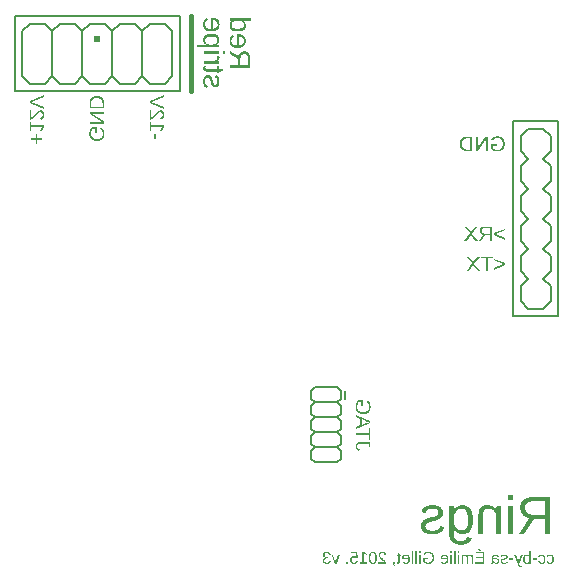
<source format=gbr>
G04 EAGLE Gerber RS-274X export*
G75*
%MOMM*%
%FSLAX34Y34*%
%LPD*%
%INSilkscreen Bottom*%
%IPPOS*%
%AMOC8*
5,1,8,0,0,1.08239X$1,22.5*%
G01*
G04 Define Apertures*
%ADD10C,0.406400*%
%ADD11C,0.152400*%
%ADD12C,0.203200*%
%ADD13R,0.508000X0.508000*%
G36*
X504825Y701254D02*
X504825Y702988D01*
X508434Y704407D01*
X508434Y710030D01*
X504825Y711440D01*
X504825Y713148D01*
X517166Y708191D01*
X517166Y706290D01*
X504825Y701254D01*
G37*
%LPC*%
G36*
X509739Y704915D02*
X513794Y706491D01*
X514829Y706868D01*
X515659Y707140D01*
X515905Y707218D01*
X515178Y707455D01*
X514455Y707700D01*
X513811Y707945D01*
X509739Y709531D01*
X509739Y704915D01*
G37*
%LPD*%
G36*
X511052Y714058D02*
X510570Y714070D01*
X510103Y714105D01*
X509653Y714162D01*
X509219Y714243D01*
X508800Y714347D01*
X508398Y714475D01*
X508011Y714625D01*
X507641Y714798D01*
X507289Y714994D01*
X506959Y715210D01*
X506649Y715447D01*
X506361Y715704D01*
X506094Y715982D01*
X505848Y716281D01*
X505624Y716600D01*
X505421Y716940D01*
X505240Y717299D01*
X505083Y717674D01*
X504951Y718066D01*
X504843Y718475D01*
X504758Y718900D01*
X504698Y719343D01*
X504662Y719801D01*
X504650Y720277D01*
X504658Y720689D01*
X504684Y721094D01*
X504727Y721491D01*
X504787Y721881D01*
X504864Y722263D01*
X504958Y722638D01*
X505069Y723005D01*
X505197Y723364D01*
X505341Y723713D01*
X505499Y724048D01*
X505671Y724370D01*
X505857Y724677D01*
X506058Y724971D01*
X506272Y725250D01*
X506501Y725516D01*
X506743Y725769D01*
X511000Y725769D01*
X511000Y720540D01*
X509598Y720540D01*
X509598Y724227D01*
X507374Y724227D01*
X507075Y723878D01*
X506809Y723479D01*
X506576Y723031D01*
X506375Y722532D01*
X506214Y721999D01*
X506099Y721445D01*
X506030Y720871D01*
X506007Y720277D01*
X506029Y719761D01*
X506092Y719275D01*
X506198Y718817D01*
X506346Y718387D01*
X506536Y717987D01*
X506769Y717615D01*
X507043Y717272D01*
X507361Y716957D01*
X507714Y716676D01*
X508099Y716432D01*
X508514Y716226D01*
X508960Y716058D01*
X509437Y715926D01*
X509945Y715833D01*
X510483Y715776D01*
X511052Y715758D01*
X511623Y715775D01*
X512160Y715828D01*
X512664Y715916D01*
X513136Y716040D01*
X513574Y716199D01*
X513980Y716393D01*
X514352Y716623D01*
X514692Y716887D01*
X514994Y717186D01*
X515257Y717515D01*
X515479Y717876D01*
X515660Y718269D01*
X515802Y718693D01*
X515903Y719149D01*
X515963Y719636D01*
X515983Y720154D01*
X515976Y720491D01*
X515953Y720814D01*
X515916Y721122D01*
X515863Y721417D01*
X515795Y721697D01*
X515712Y721963D01*
X515615Y722215D01*
X515502Y722453D01*
X515372Y722678D01*
X515225Y722891D01*
X515060Y723090D01*
X514878Y723278D01*
X514677Y723453D01*
X514459Y723615D01*
X514223Y723765D01*
X513969Y723903D01*
X514442Y725497D01*
X514810Y725315D01*
X515152Y725114D01*
X515468Y724896D01*
X515758Y724658D01*
X516022Y724403D01*
X516260Y724129D01*
X516472Y723837D01*
X516658Y723526D01*
X516820Y723195D01*
X516961Y722839D01*
X517079Y722459D01*
X517177Y722055D01*
X517252Y721627D01*
X517306Y721175D01*
X517339Y720698D01*
X517350Y720198D01*
X517343Y719839D01*
X517324Y719489D01*
X517292Y719150D01*
X517247Y718821D01*
X517189Y718503D01*
X517118Y718194D01*
X517035Y717896D01*
X516938Y717608D01*
X516829Y717330D01*
X516707Y717062D01*
X516571Y716805D01*
X516424Y716557D01*
X516263Y716320D01*
X516089Y716093D01*
X515703Y715670D01*
X515270Y715292D01*
X515038Y715122D01*
X514795Y714965D01*
X514541Y714820D01*
X514277Y714688D01*
X514002Y714568D01*
X513717Y714461D01*
X513421Y714367D01*
X513115Y714285D01*
X512797Y714216D01*
X512470Y714159D01*
X512131Y714115D01*
X511782Y714084D01*
X511423Y714065D01*
X511052Y714058D01*
G37*
G36*
X517166Y691997D02*
X515799Y691997D01*
X515799Y696236D01*
X504825Y696236D01*
X504825Y697900D01*
X515799Y697900D01*
X515799Y702139D01*
X517166Y702139D01*
X517166Y691997D01*
G37*
G36*
X507890Y682905D02*
X507498Y682989D01*
X507131Y683092D01*
X506789Y683215D01*
X506473Y683358D01*
X506182Y683521D01*
X505916Y683704D01*
X505675Y683907D01*
X505460Y684129D01*
X505270Y684372D01*
X505106Y684634D01*
X504966Y684917D01*
X504852Y685219D01*
X504764Y685541D01*
X504700Y685884D01*
X504663Y686246D01*
X504650Y686628D01*
X504666Y687039D01*
X504714Y687428D01*
X504795Y687794D01*
X504907Y688139D01*
X505052Y688460D01*
X505229Y688759D01*
X505438Y689036D01*
X505679Y689290D01*
X505948Y689518D01*
X506241Y689716D01*
X506559Y689883D01*
X506900Y690019D01*
X507265Y690126D01*
X507654Y690202D01*
X508067Y690247D01*
X508504Y690262D01*
X517166Y690262D01*
X517166Y686225D01*
X515799Y686225D01*
X515799Y688598D01*
X508469Y688598D01*
X508175Y688590D01*
X507901Y688565D01*
X507644Y688524D01*
X507405Y688467D01*
X507185Y688393D01*
X506983Y688303D01*
X506799Y688196D01*
X506634Y688073D01*
X506487Y687935D01*
X506360Y687786D01*
X506252Y687624D01*
X506164Y687451D01*
X506095Y687265D01*
X506047Y687068D01*
X506017Y686858D01*
X506007Y686636D01*
X506016Y686433D01*
X506043Y686238D01*
X506087Y686052D01*
X506150Y685874D01*
X506230Y685706D01*
X506328Y685546D01*
X506443Y685395D01*
X506577Y685253D01*
X506726Y685121D01*
X506889Y685001D01*
X507067Y684894D01*
X507258Y684799D01*
X507463Y684717D01*
X507682Y684647D01*
X507915Y684589D01*
X508162Y684543D01*
X507890Y682905D01*
G37*
G36*
X603479Y936625D02*
X598863Y936625D01*
X598423Y936637D01*
X597996Y936673D01*
X597582Y936732D01*
X597181Y936815D01*
X596794Y936923D01*
X596419Y937054D01*
X596058Y937208D01*
X595710Y937387D01*
X595378Y937588D01*
X595065Y937810D01*
X594772Y938053D01*
X594499Y938316D01*
X594245Y938601D01*
X594010Y938907D01*
X593795Y939233D01*
X593599Y939581D01*
X593424Y939946D01*
X593273Y940327D01*
X593145Y940722D01*
X593041Y941132D01*
X592959Y941557D01*
X592901Y941998D01*
X592866Y942453D01*
X592854Y942922D01*
X592861Y943280D01*
X592881Y943626D01*
X592914Y943963D01*
X592961Y944289D01*
X593021Y944605D01*
X593094Y944910D01*
X593181Y945205D01*
X593280Y945490D01*
X593393Y945764D01*
X593520Y946028D01*
X593660Y946281D01*
X593813Y946525D01*
X593979Y946757D01*
X594159Y946980D01*
X594352Y947192D01*
X594558Y947394D01*
X594777Y947584D01*
X595006Y947762D01*
X595247Y947928D01*
X595499Y948081D01*
X595763Y948223D01*
X596037Y948352D01*
X596323Y948468D01*
X596620Y948573D01*
X596928Y948665D01*
X597247Y948745D01*
X597577Y948812D01*
X597919Y948868D01*
X598272Y948911D01*
X598636Y948941D01*
X599011Y948960D01*
X599397Y948966D01*
X603479Y948966D01*
X603479Y936625D01*
G37*
%LPC*%
G36*
X601806Y937965D02*
X601806Y947626D01*
X599432Y947626D01*
X598854Y947607D01*
X598311Y947550D01*
X597804Y947456D01*
X597331Y947325D01*
X596894Y947155D01*
X596492Y946948D01*
X596125Y946704D01*
X595793Y946421D01*
X595498Y946103D01*
X595243Y945751D01*
X595027Y945365D01*
X594850Y944945D01*
X594713Y944490D01*
X594615Y944002D01*
X594556Y943479D01*
X594536Y942922D01*
X594545Y942548D01*
X594571Y942186D01*
X594614Y941836D01*
X594674Y941499D01*
X594752Y941175D01*
X594847Y940863D01*
X594959Y940564D01*
X595088Y940277D01*
X595233Y940005D01*
X595394Y939750D01*
X595569Y939510D01*
X595759Y939288D01*
X595964Y939081D01*
X596184Y938891D01*
X596419Y938718D01*
X596669Y938561D01*
X596931Y938421D01*
X597204Y938300D01*
X597487Y938198D01*
X597780Y938114D01*
X598084Y938049D01*
X598397Y938002D01*
X598721Y937974D01*
X599056Y937965D01*
X601806Y937965D01*
G37*
%LPD*%
G36*
X608411Y936625D02*
X606396Y936625D01*
X606396Y948966D01*
X607903Y948966D01*
X607903Y940873D01*
X607877Y939866D01*
X607798Y938385D01*
X614472Y948966D01*
X616416Y948966D01*
X616416Y936625D01*
X614927Y936625D01*
X614927Y944823D01*
X614971Y946286D01*
X615015Y947135D01*
X608411Y936625D01*
G37*
G36*
X624704Y936450D02*
X624292Y936458D01*
X623887Y936484D01*
X623490Y936527D01*
X623100Y936587D01*
X622718Y936664D01*
X622344Y936758D01*
X621977Y936869D01*
X621617Y936997D01*
X621268Y937141D01*
X620933Y937299D01*
X620612Y937471D01*
X620304Y937657D01*
X620011Y937858D01*
X619731Y938072D01*
X619465Y938301D01*
X619213Y938543D01*
X619213Y942800D01*
X624442Y942800D01*
X624442Y941398D01*
X620754Y941398D01*
X620754Y939174D01*
X621103Y938875D01*
X621502Y938609D01*
X621951Y938376D01*
X622449Y938175D01*
X622982Y938014D01*
X623536Y937899D01*
X624110Y937830D01*
X624704Y937807D01*
X625220Y937829D01*
X625707Y937892D01*
X626165Y937998D01*
X626594Y938146D01*
X626995Y938336D01*
X627366Y938569D01*
X627709Y938843D01*
X628024Y939161D01*
X628305Y939514D01*
X628549Y939899D01*
X628755Y940314D01*
X628924Y940760D01*
X629055Y941237D01*
X629149Y941745D01*
X629205Y942283D01*
X629224Y942852D01*
X629206Y943423D01*
X629153Y943960D01*
X629065Y944464D01*
X628941Y944936D01*
X628782Y945374D01*
X628588Y945780D01*
X628359Y946152D01*
X628094Y946492D01*
X627796Y946794D01*
X627466Y947057D01*
X627105Y947279D01*
X626712Y947460D01*
X626288Y947602D01*
X625833Y947703D01*
X625345Y947763D01*
X624827Y947783D01*
X624490Y947776D01*
X624168Y947753D01*
X623859Y947716D01*
X623565Y947663D01*
X623284Y947595D01*
X623018Y947512D01*
X622766Y947415D01*
X622528Y947302D01*
X622303Y947172D01*
X622091Y947025D01*
X621891Y946860D01*
X621703Y946678D01*
X621528Y946477D01*
X621366Y946259D01*
X621216Y946023D01*
X621078Y945769D01*
X619484Y946242D01*
X619666Y946610D01*
X619867Y946952D01*
X620086Y947268D01*
X620323Y947558D01*
X620578Y947822D01*
X620852Y948060D01*
X621144Y948272D01*
X621455Y948458D01*
X621787Y948620D01*
X622142Y948761D01*
X622522Y948879D01*
X622926Y948977D01*
X623354Y949052D01*
X623807Y949106D01*
X624283Y949139D01*
X624783Y949150D01*
X625143Y949143D01*
X625492Y949124D01*
X625831Y949092D01*
X626160Y949047D01*
X626479Y948989D01*
X626787Y948918D01*
X627085Y948835D01*
X627374Y948738D01*
X627651Y948629D01*
X627919Y948507D01*
X628177Y948371D01*
X628424Y948224D01*
X628661Y948063D01*
X628888Y947889D01*
X629311Y947503D01*
X629689Y947070D01*
X629859Y946838D01*
X630016Y946595D01*
X630161Y946341D01*
X630293Y946077D01*
X630413Y945802D01*
X630520Y945517D01*
X630614Y945221D01*
X630696Y944915D01*
X630766Y944597D01*
X630822Y944270D01*
X630866Y943931D01*
X630898Y943582D01*
X630917Y943223D01*
X630923Y942852D01*
X630911Y942370D01*
X630877Y941903D01*
X630819Y941453D01*
X630738Y941019D01*
X630634Y940600D01*
X630507Y940198D01*
X630356Y939811D01*
X630183Y939441D01*
X629987Y939089D01*
X629771Y938759D01*
X629535Y938449D01*
X629277Y938161D01*
X628999Y937894D01*
X628701Y937648D01*
X628381Y937424D01*
X628041Y937221D01*
X627683Y937040D01*
X627307Y936883D01*
X626915Y936751D01*
X626506Y936643D01*
X626081Y936558D01*
X625639Y936498D01*
X625180Y936462D01*
X624704Y936450D01*
G37*
G36*
X611161Y860425D02*
X609234Y860425D01*
X611246Y863478D01*
X612738Y865741D01*
X612395Y865814D01*
X612071Y865907D01*
X611766Y866023D01*
X611480Y866160D01*
X611324Y866252D01*
X611213Y866318D01*
X610965Y866499D01*
X610736Y866700D01*
X610526Y866924D01*
X610339Y867165D01*
X610176Y867420D01*
X610038Y867688D01*
X609925Y867970D01*
X609838Y868266D01*
X609775Y868576D01*
X609737Y868899D01*
X609725Y869236D01*
X609743Y869641D01*
X609796Y870022D01*
X609884Y870381D01*
X610008Y870717D01*
X610168Y871031D01*
X610363Y871321D01*
X610593Y871588D01*
X610859Y871833D01*
X611158Y872052D01*
X611486Y872241D01*
X611843Y872401D01*
X612231Y872533D01*
X612648Y872635D01*
X613095Y872707D01*
X613572Y872751D01*
X614078Y872766D01*
X619885Y872766D01*
X619885Y860425D01*
X618212Y860425D01*
X618212Y865549D01*
X614367Y865549D01*
X611161Y860425D01*
G37*
%LPC*%
G36*
X618212Y866871D02*
X618212Y871426D01*
X614244Y871426D01*
X613911Y871417D01*
X613597Y871390D01*
X613304Y871346D01*
X613030Y871285D01*
X612777Y871205D01*
X612544Y871108D01*
X612331Y870993D01*
X612138Y870861D01*
X611967Y870712D01*
X611818Y870546D01*
X611692Y870365D01*
X611589Y870168D01*
X611509Y869955D01*
X611452Y869725D01*
X611418Y869480D01*
X611407Y869219D01*
X611418Y868948D01*
X611452Y868693D01*
X611508Y868454D01*
X611587Y868230D01*
X611689Y868021D01*
X611813Y867828D01*
X611960Y867651D01*
X612129Y867489D01*
X612319Y867344D01*
X612528Y867219D01*
X612755Y867112D01*
X613002Y867026D01*
X613267Y866958D01*
X613551Y866910D01*
X613853Y866881D01*
X614174Y866871D01*
X618212Y866871D01*
G37*
%LPD*%
G36*
X598679Y860425D02*
X596831Y860425D01*
X601412Y866898D01*
X597190Y872766D01*
X599038Y872766D01*
X602375Y867922D01*
X605809Y872766D01*
X607657Y872766D01*
X603321Y866836D01*
X608016Y860425D01*
X606168Y860425D01*
X602384Y865820D01*
X598679Y860425D01*
G37*
G36*
X630940Y861774D02*
X622226Y865426D01*
X622226Y867222D01*
X630940Y870883D01*
X630940Y869534D01*
X623426Y866328D01*
X630940Y863114D01*
X630940Y861774D01*
G37*
G36*
X600679Y835025D02*
X598831Y835025D01*
X603412Y841498D01*
X599190Y847366D01*
X601038Y847366D01*
X604375Y842522D01*
X607809Y847366D01*
X609657Y847366D01*
X605321Y841436D01*
X610016Y835025D01*
X608168Y835025D01*
X604384Y840420D01*
X600679Y835025D01*
G37*
G36*
X616714Y835025D02*
X615050Y835025D01*
X615050Y845999D01*
X610811Y845999D01*
X610811Y847366D01*
X620953Y847366D01*
X620953Y845999D01*
X616714Y845999D01*
X616714Y835025D01*
G37*
G36*
X622226Y836374D02*
X622226Y837714D01*
X629740Y840928D01*
X622226Y844134D01*
X622226Y845483D01*
X630940Y841822D01*
X630940Y840026D01*
X622226Y836374D01*
G37*
G36*
X240941Y972345D02*
X228600Y977381D01*
X228600Y979115D01*
X240941Y984151D01*
X240941Y982391D01*
X232252Y978993D01*
X230071Y978257D01*
X232252Y977521D01*
X240941Y974105D01*
X240941Y972345D01*
G37*
G36*
X229712Y963200D02*
X228600Y963200D01*
X228600Y971371D01*
X229940Y971371D01*
X229940Y964934D01*
X230250Y965086D01*
X230565Y965280D01*
X230887Y965515D01*
X231214Y965792D01*
X231555Y966116D01*
X231916Y966491D01*
X232297Y966917D01*
X232699Y967395D01*
X233395Y968236D01*
X233993Y968930D01*
X234494Y969476D01*
X234897Y969874D01*
X235252Y970178D01*
X235607Y970442D01*
X235962Y970666D01*
X236316Y970850D01*
X236672Y970994D01*
X237028Y971096D01*
X237385Y971158D01*
X237744Y971179D01*
X238137Y971163D01*
X238508Y971116D01*
X238855Y971038D01*
X239179Y970928D01*
X239480Y970787D01*
X239758Y970614D01*
X240013Y970411D01*
X240244Y970176D01*
X240451Y969911D01*
X240630Y969620D01*
X240781Y969302D01*
X240905Y968957D01*
X241001Y968585D01*
X241070Y968186D01*
X241111Y967760D01*
X241125Y967307D01*
X241111Y966892D01*
X241070Y966496D01*
X241002Y966120D01*
X240906Y965762D01*
X240783Y965425D01*
X240632Y965106D01*
X240454Y964806D01*
X240249Y964526D01*
X240020Y964270D01*
X239773Y964042D01*
X239507Y963843D01*
X239222Y963671D01*
X238918Y963528D01*
X238595Y963414D01*
X238253Y963328D01*
X237893Y963270D01*
X237744Y964881D01*
X237984Y964918D01*
X238211Y964972D01*
X238424Y965042D01*
X238623Y965130D01*
X238808Y965234D01*
X238980Y965355D01*
X239137Y965493D01*
X239281Y965648D01*
X239409Y965816D01*
X239521Y965996D01*
X239615Y966187D01*
X239692Y966389D01*
X239751Y966602D01*
X239794Y966826D01*
X239820Y967061D01*
X239828Y967307D01*
X239820Y967565D01*
X239793Y967808D01*
X239750Y968037D01*
X239688Y968251D01*
X239609Y968451D01*
X239513Y968636D01*
X239399Y968806D01*
X239268Y968963D01*
X239121Y969102D01*
X238959Y969223D01*
X238783Y969326D01*
X238593Y969409D01*
X238389Y969474D01*
X238171Y969521D01*
X237938Y969549D01*
X237691Y969558D01*
X237325Y969537D01*
X236978Y969472D01*
X236650Y969364D01*
X236343Y969212D01*
X236048Y969026D01*
X235760Y968813D01*
X235479Y968573D01*
X235204Y968306D01*
X234661Y967711D01*
X234118Y967049D01*
X233552Y966349D01*
X232940Y965643D01*
X232613Y965293D01*
X232268Y964950D01*
X231904Y964616D01*
X231521Y964290D01*
X231114Y963980D01*
X230677Y963695D01*
X230210Y963435D01*
X229712Y963200D01*
G37*
G36*
X229940Y953695D02*
X228600Y953695D01*
X228600Y961429D01*
X229940Y961429D01*
X229940Y958425D01*
X240941Y958425D01*
X240941Y956971D01*
X238935Y954054D01*
X237446Y954054D01*
X239434Y956839D01*
X229940Y956839D01*
X229940Y953695D01*
G37*
G36*
X235204Y942736D02*
X233925Y942736D01*
X233925Y946449D01*
X230177Y946449D01*
X230177Y947737D01*
X233925Y947737D01*
X233925Y951450D01*
X235204Y951450D01*
X235204Y947737D01*
X238953Y947737D01*
X238953Y946449D01*
X235204Y946449D01*
X235204Y942736D01*
G37*
G36*
X342541Y972347D02*
X330200Y977383D01*
X330200Y979117D01*
X342541Y984153D01*
X342541Y982393D01*
X333852Y978995D01*
X331671Y978259D01*
X333852Y977523D01*
X342541Y974107D01*
X342541Y972347D01*
G37*
G36*
X331312Y963201D02*
X330200Y963201D01*
X330200Y971373D01*
X331540Y971373D01*
X331540Y964936D01*
X331850Y965088D01*
X332165Y965282D01*
X332487Y965517D01*
X332814Y965794D01*
X333155Y966118D01*
X333516Y966492D01*
X333897Y966919D01*
X334299Y967397D01*
X334995Y968238D01*
X335593Y968932D01*
X336094Y969478D01*
X336497Y969875D01*
X336852Y970180D01*
X337207Y970444D01*
X337562Y970668D01*
X337916Y970852D01*
X338272Y970996D01*
X338628Y971098D01*
X338985Y971160D01*
X339344Y971181D01*
X339737Y971165D01*
X340108Y971118D01*
X340455Y971039D01*
X340779Y970930D01*
X341080Y970789D01*
X341358Y970616D01*
X341613Y970413D01*
X341844Y970178D01*
X342051Y969913D01*
X342230Y969622D01*
X342381Y969304D01*
X342505Y968959D01*
X342601Y968587D01*
X342670Y968188D01*
X342711Y967762D01*
X342725Y967309D01*
X342711Y966894D01*
X342670Y966498D01*
X342602Y966122D01*
X342506Y965764D01*
X342383Y965426D01*
X342232Y965108D01*
X342054Y964808D01*
X341849Y964528D01*
X341620Y964272D01*
X341373Y964044D01*
X341107Y963845D01*
X340822Y963673D01*
X340518Y963530D01*
X340195Y963416D01*
X339853Y963329D01*
X339493Y963272D01*
X339344Y964883D01*
X339584Y964920D01*
X339811Y964974D01*
X340024Y965044D01*
X340223Y965132D01*
X340408Y965236D01*
X340580Y965357D01*
X340737Y965495D01*
X340881Y965649D01*
X341009Y965818D01*
X341121Y965998D01*
X341215Y966189D01*
X341292Y966391D01*
X341351Y966604D01*
X341394Y966828D01*
X341420Y967063D01*
X341428Y967309D01*
X341420Y967567D01*
X341393Y967810D01*
X341350Y968039D01*
X341288Y968253D01*
X341209Y968453D01*
X341113Y968638D01*
X340999Y968808D01*
X340868Y968965D01*
X340721Y969104D01*
X340559Y969225D01*
X340383Y969328D01*
X340193Y969411D01*
X339989Y969476D01*
X339771Y969523D01*
X339538Y969551D01*
X339291Y969560D01*
X338925Y969539D01*
X338578Y969474D01*
X338250Y969366D01*
X337943Y969214D01*
X337648Y969028D01*
X337360Y968815D01*
X337079Y968575D01*
X336804Y968308D01*
X336261Y967713D01*
X335718Y967051D01*
X335152Y966351D01*
X334540Y965645D01*
X334213Y965294D01*
X333868Y964952D01*
X333504Y964618D01*
X333121Y964292D01*
X332714Y963982D01*
X332277Y963697D01*
X331810Y963437D01*
X331312Y963201D01*
G37*
G36*
X331540Y953697D02*
X330200Y953697D01*
X330200Y961431D01*
X331540Y961431D01*
X331540Y958427D01*
X342541Y958427D01*
X342541Y956973D01*
X340535Y954056D01*
X339046Y954056D01*
X341034Y956841D01*
X331540Y956841D01*
X331540Y953697D01*
G37*
G36*
X335665Y947159D02*
X334264Y947159D01*
X334264Y951538D01*
X335665Y951538D01*
X335665Y947159D01*
G37*
G36*
X291741Y972737D02*
X279400Y972737D01*
X279400Y977353D01*
X279412Y977793D01*
X279448Y978220D01*
X279507Y978634D01*
X279590Y979034D01*
X279698Y979422D01*
X279829Y979796D01*
X279983Y980158D01*
X280162Y980506D01*
X280363Y980838D01*
X280585Y981150D01*
X280828Y981443D01*
X281091Y981717D01*
X281376Y981971D01*
X281682Y982206D01*
X282008Y982421D01*
X282356Y982617D01*
X282721Y982791D01*
X283102Y982942D01*
X283497Y983070D01*
X283907Y983175D01*
X284332Y983256D01*
X284773Y983315D01*
X285228Y983350D01*
X285697Y983361D01*
X286055Y983355D01*
X286401Y983335D01*
X286738Y983301D01*
X287064Y983255D01*
X287380Y983195D01*
X287685Y983122D01*
X287980Y983035D01*
X288265Y982935D01*
X288539Y982822D01*
X288803Y982696D01*
X289056Y982556D01*
X289300Y982403D01*
X289532Y982237D01*
X289755Y982057D01*
X289967Y981864D01*
X290169Y981658D01*
X290359Y981439D01*
X290537Y981209D01*
X290703Y980968D01*
X290856Y980716D01*
X290998Y980453D01*
X291127Y980179D01*
X291243Y979893D01*
X291348Y979596D01*
X291440Y979288D01*
X291520Y978969D01*
X291587Y978638D01*
X291643Y978297D01*
X291686Y977944D01*
X291716Y977580D01*
X291735Y977205D01*
X291741Y976819D01*
X291741Y972737D01*
G37*
%LPC*%
G36*
X290401Y974410D02*
X290401Y976784D01*
X290382Y977362D01*
X290325Y977904D01*
X290231Y978412D01*
X290100Y978884D01*
X289930Y979322D01*
X289723Y979724D01*
X289479Y980091D01*
X289196Y980423D01*
X288878Y980717D01*
X288526Y980973D01*
X288140Y981189D01*
X287720Y981365D01*
X287265Y981503D01*
X286777Y981601D01*
X286254Y981660D01*
X285697Y981680D01*
X285323Y981671D01*
X284961Y981645D01*
X284611Y981602D01*
X284274Y981542D01*
X283950Y981464D01*
X283638Y981369D01*
X283339Y981257D01*
X283052Y981128D01*
X282780Y980982D01*
X282525Y980822D01*
X282285Y980647D01*
X282063Y980457D01*
X281856Y980252D01*
X281666Y980032D01*
X281493Y979797D01*
X281336Y979547D01*
X281196Y979284D01*
X281075Y979012D01*
X280973Y978729D01*
X280889Y978436D01*
X280824Y978132D01*
X280777Y977818D01*
X280749Y977494D01*
X280740Y977160D01*
X280740Y974410D01*
X290401Y974410D01*
G37*
%LPD*%
G36*
X291741Y959800D02*
X279400Y959800D01*
X279400Y961289D01*
X287598Y961289D01*
X289061Y961245D01*
X289910Y961201D01*
X279400Y967805D01*
X279400Y969819D01*
X291741Y969819D01*
X291741Y968313D01*
X283648Y968313D01*
X282641Y968339D01*
X281160Y968418D01*
X291741Y961744D01*
X291741Y959800D01*
G37*
G36*
X285627Y945293D02*
X285145Y945304D01*
X284678Y945339D01*
X284228Y945397D01*
X283794Y945478D01*
X283375Y945582D01*
X282973Y945709D01*
X282586Y945859D01*
X282216Y946033D01*
X281864Y946228D01*
X281534Y946444D01*
X281224Y946681D01*
X280936Y946938D01*
X280669Y947216D01*
X280423Y947515D01*
X280199Y947834D01*
X279996Y948174D01*
X279815Y948533D01*
X279658Y948908D01*
X279526Y949300D01*
X279418Y949709D01*
X279333Y950135D01*
X279273Y950577D01*
X279237Y951036D01*
X279225Y951511D01*
X279233Y951924D01*
X279259Y952328D01*
X279302Y952726D01*
X279362Y953115D01*
X279439Y953497D01*
X279533Y953872D01*
X279644Y954239D01*
X279772Y954599D01*
X279916Y954948D01*
X280074Y955283D01*
X280246Y955604D01*
X280432Y955911D01*
X280633Y956205D01*
X280847Y956485D01*
X281076Y956751D01*
X281318Y957003D01*
X285575Y957003D01*
X285575Y951774D01*
X284173Y951774D01*
X284173Y955461D01*
X281949Y955461D01*
X281650Y955112D01*
X281384Y954714D01*
X281151Y954265D01*
X280950Y953767D01*
X280789Y953233D01*
X280674Y952679D01*
X280605Y952106D01*
X280582Y951511D01*
X280604Y950996D01*
X280667Y950509D01*
X280773Y950051D01*
X280921Y949622D01*
X281111Y949221D01*
X281344Y948849D01*
X281618Y948506D01*
X281936Y948192D01*
X282289Y947911D01*
X282674Y947667D01*
X283089Y947461D01*
X283535Y947292D01*
X284012Y947161D01*
X284520Y947067D01*
X285058Y947011D01*
X285627Y946992D01*
X286198Y947010D01*
X286735Y947063D01*
X287239Y947151D01*
X287711Y947274D01*
X288149Y947433D01*
X288555Y947627D01*
X288927Y947857D01*
X289267Y948122D01*
X289569Y948420D01*
X289832Y948750D01*
X290054Y949111D01*
X290235Y949503D01*
X290377Y949928D01*
X290478Y950383D01*
X290538Y950870D01*
X290558Y951389D01*
X290551Y951725D01*
X290528Y952048D01*
X290491Y952357D01*
X290438Y952651D01*
X290370Y952931D01*
X290287Y953198D01*
X290190Y953450D01*
X290077Y953688D01*
X289947Y953913D01*
X289800Y954125D01*
X289635Y954325D01*
X289453Y954512D01*
X289252Y954687D01*
X289034Y954850D01*
X288798Y955000D01*
X288544Y955137D01*
X289017Y956731D01*
X289385Y956549D01*
X289727Y956349D01*
X290043Y956130D01*
X290333Y955893D01*
X290597Y955637D01*
X290835Y955363D01*
X291047Y955071D01*
X291233Y954761D01*
X291395Y954429D01*
X291536Y954073D01*
X291654Y953693D01*
X291752Y953289D01*
X291827Y952861D01*
X291881Y952409D01*
X291914Y951933D01*
X291925Y951432D01*
X291918Y951073D01*
X291899Y950724D01*
X291867Y950385D01*
X291822Y950056D01*
X291764Y949737D01*
X291693Y949429D01*
X291610Y949130D01*
X291513Y948842D01*
X291404Y948564D01*
X291282Y948297D01*
X291146Y948039D01*
X290999Y947792D01*
X290838Y947555D01*
X290664Y947328D01*
X290278Y946904D01*
X289845Y946527D01*
X289613Y946357D01*
X289370Y946199D01*
X289116Y946054D01*
X288852Y945922D01*
X288577Y945803D01*
X288292Y945696D01*
X287996Y945601D01*
X287690Y945519D01*
X287372Y945450D01*
X287045Y945393D01*
X286706Y945349D01*
X286357Y945318D01*
X285998Y945299D01*
X285627Y945293D01*
G37*
G36*
X415431Y1006896D02*
X398145Y1006896D01*
X398145Y1009239D01*
X405322Y1009239D01*
X405322Y1014625D01*
X398145Y1019115D01*
X398145Y1021814D01*
X402422Y1018995D01*
X405592Y1016906D01*
X405693Y1017387D01*
X405824Y1017841D01*
X405986Y1018268D01*
X406178Y1018668D01*
X406307Y1018887D01*
X406400Y1019042D01*
X406652Y1019390D01*
X406935Y1019710D01*
X407248Y1020004D01*
X407586Y1020267D01*
X407943Y1020495D01*
X408319Y1020688D01*
X408714Y1020846D01*
X409128Y1020969D01*
X409562Y1021057D01*
X410015Y1021109D01*
X410487Y1021127D01*
X410774Y1021120D01*
X411053Y1021102D01*
X411325Y1021071D01*
X411588Y1021027D01*
X412091Y1020903D01*
X412562Y1020730D01*
X413000Y1020506D01*
X413407Y1020233D01*
X413782Y1019910D01*
X414124Y1019538D01*
X414430Y1019120D01*
X414696Y1018660D01*
X414920Y1018159D01*
X415104Y1017616D01*
X415247Y1017032D01*
X415349Y1016406D01*
X415410Y1015739D01*
X415431Y1015029D01*
X415431Y1006896D01*
G37*
%LPC*%
G36*
X413554Y1009239D02*
X413554Y1014796D01*
X413541Y1015264D01*
X413504Y1015703D01*
X413442Y1016114D01*
X413356Y1016497D01*
X413245Y1016852D01*
X413109Y1017178D01*
X412948Y1017477D01*
X412762Y1017747D01*
X412553Y1017987D01*
X412322Y1018195D01*
X412068Y1018371D01*
X411792Y1018515D01*
X411493Y1018627D01*
X411172Y1018707D01*
X410828Y1018755D01*
X410462Y1018771D01*
X410083Y1018755D01*
X409726Y1018708D01*
X409391Y1018629D01*
X409077Y1018518D01*
X408785Y1018376D01*
X408515Y1018202D01*
X408266Y1017996D01*
X408039Y1017759D01*
X407836Y1017493D01*
X407661Y1017201D01*
X407512Y1016882D01*
X407391Y1016537D01*
X407296Y1016166D01*
X407228Y1015768D01*
X407188Y1015344D01*
X407174Y1014895D01*
X407174Y1009239D01*
X413554Y1009239D01*
G37*
%LPD*%
G36*
X404721Y1037983D02*
X403889Y1038002D01*
X403112Y1038057D01*
X402389Y1038150D01*
X401721Y1038279D01*
X401107Y1038446D01*
X400548Y1038649D01*
X400043Y1038890D01*
X399593Y1039167D01*
X399196Y1039484D01*
X399017Y1039658D01*
X398852Y1039842D01*
X398700Y1040037D01*
X398561Y1040242D01*
X398435Y1040458D01*
X398323Y1040684D01*
X398224Y1040920D01*
X398138Y1041167D01*
X398065Y1041424D01*
X398005Y1041692D01*
X397959Y1041970D01*
X397926Y1042258D01*
X397906Y1042557D01*
X397900Y1042866D01*
X397908Y1043233D01*
X397934Y1043584D01*
X397977Y1043921D01*
X398038Y1044242D01*
X398115Y1044548D01*
X398210Y1044839D01*
X398322Y1045114D01*
X398452Y1045375D01*
X398601Y1045622D01*
X398773Y1045856D01*
X398968Y1046078D01*
X399185Y1046287D01*
X399425Y1046484D01*
X399687Y1046669D01*
X399972Y1046841D01*
X400280Y1047001D01*
X400280Y1047050D01*
X399715Y1047060D01*
X399053Y1047093D01*
X398470Y1047134D01*
X398145Y1047172D01*
X398145Y1049282D01*
X398564Y1049250D01*
X399160Y1049227D01*
X400881Y1049209D01*
X416351Y1049209D01*
X416351Y1047001D01*
X410842Y1047001D01*
X409358Y1047025D01*
X409358Y1047001D01*
X409648Y1046841D01*
X409919Y1046669D01*
X410168Y1046485D01*
X410398Y1046289D01*
X410607Y1046080D01*
X410796Y1045860D01*
X410964Y1045626D01*
X411112Y1045381D01*
X411242Y1045122D01*
X411354Y1044847D01*
X411449Y1044556D01*
X411526Y1044249D01*
X411587Y1043927D01*
X411630Y1043589D01*
X411656Y1043236D01*
X411664Y1042866D01*
X411658Y1042566D01*
X411637Y1042275D01*
X411603Y1041994D01*
X411556Y1041722D01*
X411495Y1041460D01*
X411420Y1041207D01*
X411332Y1040964D01*
X411230Y1040730D01*
X411115Y1040506D01*
X410986Y1040291D01*
X410844Y1040086D01*
X410688Y1039891D01*
X410335Y1039528D01*
X409928Y1039204D01*
X409467Y1038918D01*
X408952Y1038670D01*
X408382Y1038460D01*
X407759Y1038289D01*
X407080Y1038155D01*
X406348Y1038060D01*
X405562Y1038003D01*
X404721Y1037983D01*
G37*
%LPC*%
G36*
X404794Y1040302D02*
X405463Y1040314D01*
X406084Y1040349D01*
X406657Y1040407D01*
X407182Y1040488D01*
X407659Y1040592D01*
X408087Y1040720D01*
X408468Y1040870D01*
X408800Y1041044D01*
X409089Y1041244D01*
X409339Y1041473D01*
X409551Y1041731D01*
X409725Y1042018D01*
X409859Y1042334D01*
X409956Y1042679D01*
X410013Y1043052D01*
X410033Y1043455D01*
X410014Y1043902D01*
X409956Y1044318D01*
X409860Y1044703D01*
X409726Y1045056D01*
X409554Y1045378D01*
X409343Y1045668D01*
X409093Y1045927D01*
X408806Y1046154D01*
X408477Y1046352D01*
X408104Y1046524D01*
X407687Y1046670D01*
X407226Y1046789D01*
X406721Y1046881D01*
X406172Y1046948D01*
X405579Y1046987D01*
X404942Y1047001D01*
X404280Y1046987D01*
X403663Y1046948D01*
X403092Y1046881D01*
X402565Y1046789D01*
X402082Y1046670D01*
X401645Y1046524D01*
X401253Y1046352D01*
X400905Y1046154D01*
X400869Y1046127D01*
X400601Y1045926D01*
X400336Y1045666D01*
X400113Y1045374D01*
X399930Y1045050D01*
X399788Y1044693D01*
X399686Y1044305D01*
X399625Y1043884D01*
X399605Y1043431D01*
X399624Y1043031D01*
X399680Y1042660D01*
X399774Y1042318D01*
X399905Y1042004D01*
X400075Y1041720D01*
X400281Y1041464D01*
X400525Y1041237D01*
X400807Y1041038D01*
X401132Y1040866D01*
X401507Y1040716D01*
X401931Y1040590D01*
X402405Y1040486D01*
X402928Y1040406D01*
X403501Y1040348D01*
X404123Y1040314D01*
X404794Y1040302D01*
G37*
%LPD*%
G36*
X404868Y1024027D02*
X404442Y1024033D01*
X404030Y1024051D01*
X403631Y1024081D01*
X403245Y1024123D01*
X402872Y1024177D01*
X402513Y1024244D01*
X402167Y1024322D01*
X401835Y1024412D01*
X401515Y1024514D01*
X401210Y1024628D01*
X400917Y1024755D01*
X400638Y1024893D01*
X400372Y1025043D01*
X400119Y1025206D01*
X399880Y1025380D01*
X399654Y1025567D01*
X399442Y1025765D01*
X399243Y1025974D01*
X399058Y1026193D01*
X398886Y1026424D01*
X398729Y1026666D01*
X398585Y1026919D01*
X398455Y1027183D01*
X398338Y1027457D01*
X398235Y1027743D01*
X398146Y1028040D01*
X398071Y1028348D01*
X398009Y1028666D01*
X397961Y1028996D01*
X397927Y1029336D01*
X397907Y1029688D01*
X397900Y1030051D01*
X397912Y1030566D01*
X397949Y1031058D01*
X398010Y1031527D01*
X398096Y1031971D01*
X398206Y1032392D01*
X398341Y1032790D01*
X398501Y1033163D01*
X398685Y1033513D01*
X398893Y1033840D01*
X399126Y1034142D01*
X399384Y1034421D01*
X399666Y1034676D01*
X399973Y1034908D01*
X400304Y1035116D01*
X400660Y1035300D01*
X401040Y1035461D01*
X401592Y1033522D01*
X401376Y1033437D01*
X401170Y1033334D01*
X400973Y1033214D01*
X400786Y1033076D01*
X400608Y1032921D01*
X400440Y1032748D01*
X400281Y1032558D01*
X400132Y1032351D01*
X399997Y1032126D01*
X399880Y1031883D01*
X399781Y1031622D01*
X399700Y1031343D01*
X399637Y1031047D01*
X399592Y1030733D01*
X399565Y1030401D01*
X399556Y1030051D01*
X399575Y1029610D01*
X399633Y1029197D01*
X399730Y1028811D01*
X399866Y1028453D01*
X400040Y1028121D01*
X400253Y1027817D01*
X400504Y1027540D01*
X400795Y1027290D01*
X401121Y1027069D01*
X401480Y1026877D01*
X401871Y1026715D01*
X402295Y1026582D01*
X402751Y1026479D01*
X403240Y1026405D01*
X403762Y1026360D01*
X404316Y1026346D01*
X404316Y1035817D01*
X404610Y1035817D01*
X405464Y1035794D01*
X406264Y1035725D01*
X406642Y1035674D01*
X407008Y1035611D01*
X407359Y1035537D01*
X407696Y1035451D01*
X408020Y1035354D01*
X408330Y1035245D01*
X408626Y1035125D01*
X408909Y1034994D01*
X409178Y1034851D01*
X409432Y1034697D01*
X409674Y1034531D01*
X409901Y1034354D01*
X410114Y1034165D01*
X410314Y1033965D01*
X410500Y1033754D01*
X410672Y1033531D01*
X410831Y1033296D01*
X410976Y1033051D01*
X411106Y1032794D01*
X411224Y1032525D01*
X411327Y1032245D01*
X411416Y1031953D01*
X411492Y1031651D01*
X411554Y1031336D01*
X411602Y1031011D01*
X411637Y1030673D01*
X411658Y1030325D01*
X411664Y1029965D01*
X411658Y1029613D01*
X411637Y1029271D01*
X411603Y1028939D01*
X411555Y1028618D01*
X411493Y1028307D01*
X411418Y1028006D01*
X411329Y1027716D01*
X411226Y1027436D01*
X411109Y1027166D01*
X410979Y1026907D01*
X410835Y1026658D01*
X410678Y1026419D01*
X410506Y1026190D01*
X410321Y1025972D01*
X410123Y1025764D01*
X409910Y1025567D01*
X409685Y1025380D01*
X409448Y1025206D01*
X409198Y1025043D01*
X408937Y1024893D01*
X408664Y1024755D01*
X408379Y1024628D01*
X408082Y1024514D01*
X407772Y1024412D01*
X407451Y1024322D01*
X407118Y1024244D01*
X406773Y1024177D01*
X406416Y1024123D01*
X406047Y1024081D01*
X405666Y1024051D01*
X405273Y1024033D01*
X404868Y1024027D01*
G37*
%LPC*%
G36*
X406009Y1026370D02*
X406466Y1026402D01*
X406897Y1026461D01*
X407304Y1026547D01*
X407685Y1026660D01*
X408041Y1026800D01*
X408372Y1026967D01*
X408678Y1027161D01*
X408959Y1027382D01*
X409211Y1027627D01*
X409429Y1027893D01*
X409613Y1028180D01*
X409764Y1028488D01*
X409882Y1028817D01*
X409966Y1029166D01*
X410016Y1029537D01*
X410033Y1029928D01*
X410018Y1030330D01*
X409973Y1030708D01*
X409897Y1031061D01*
X409792Y1031391D01*
X409657Y1031696D01*
X409491Y1031977D01*
X409295Y1032235D01*
X409070Y1032467D01*
X408811Y1032677D01*
X408517Y1032865D01*
X408188Y1033032D01*
X407823Y1033176D01*
X407423Y1033298D01*
X406987Y1033399D01*
X406516Y1033478D01*
X406009Y1033535D01*
X406009Y1026370D01*
G37*
%LPD*%
G36*
X389194Y1024576D02*
X388776Y1024608D01*
X388185Y1024631D01*
X386483Y1024649D01*
X370706Y1024649D01*
X370706Y1026857D01*
X375895Y1026857D01*
X377411Y1026845D01*
X377814Y1026830D01*
X377981Y1026808D01*
X377981Y1026870D01*
X377702Y1027010D01*
X377440Y1027165D01*
X377197Y1027336D01*
X376972Y1027523D01*
X376765Y1027726D01*
X376576Y1027944D01*
X376404Y1028178D01*
X376251Y1028428D01*
X376116Y1028693D01*
X375999Y1028975D01*
X375900Y1029271D01*
X375819Y1029584D01*
X375756Y1029912D01*
X375711Y1030257D01*
X375684Y1030616D01*
X375675Y1030992D01*
X375681Y1031292D01*
X375702Y1031583D01*
X375736Y1031864D01*
X375783Y1032136D01*
X375844Y1032398D01*
X375919Y1032651D01*
X376007Y1032894D01*
X376109Y1033128D01*
X376224Y1033352D01*
X376353Y1033567D01*
X376495Y1033772D01*
X376651Y1033967D01*
X377004Y1034330D01*
X377411Y1034654D01*
X377872Y1034940D01*
X378387Y1035188D01*
X378957Y1035398D01*
X379580Y1035569D01*
X380259Y1035703D01*
X380991Y1035798D01*
X381778Y1035855D01*
X382618Y1035875D01*
X383469Y1035856D01*
X384262Y1035799D01*
X384995Y1035704D01*
X385670Y1035571D01*
X386286Y1035400D01*
X386844Y1035191D01*
X387343Y1034945D01*
X387783Y1034660D01*
X388169Y1034337D01*
X388502Y1033975D01*
X388785Y1033575D01*
X388907Y1033360D01*
X389016Y1033136D01*
X389112Y1032902D01*
X389196Y1032658D01*
X389267Y1032404D01*
X389324Y1032141D01*
X389369Y1031868D01*
X389401Y1031586D01*
X389421Y1031294D01*
X389427Y1030992D01*
X389418Y1030606D01*
X389391Y1030239D01*
X389347Y1029891D01*
X389285Y1029563D01*
X389204Y1029253D01*
X389106Y1028963D01*
X388990Y1028692D01*
X388857Y1028440D01*
X388704Y1028204D01*
X388530Y1027979D01*
X388337Y1027767D01*
X388122Y1027566D01*
X387887Y1027377D01*
X387632Y1027200D01*
X387356Y1027035D01*
X387059Y1026882D01*
X387059Y1026833D01*
X387918Y1026802D01*
X388844Y1026747D01*
X389194Y1026710D01*
X389194Y1024576D01*
G37*
%LPC*%
G36*
X382398Y1026857D02*
X382856Y1026864D01*
X383292Y1026882D01*
X383706Y1026912D01*
X384098Y1026954D01*
X384468Y1027008D01*
X384816Y1027075D01*
X385142Y1027153D01*
X385446Y1027244D01*
X385729Y1027346D01*
X385993Y1027459D01*
X386238Y1027584D01*
X386463Y1027719D01*
X386669Y1027866D01*
X386855Y1028024D01*
X387022Y1028193D01*
X387170Y1028373D01*
X387299Y1028567D01*
X387411Y1028779D01*
X387506Y1029009D01*
X387584Y1029257D01*
X387644Y1029523D01*
X387687Y1029807D01*
X387713Y1030108D01*
X387722Y1030428D01*
X387703Y1030822D01*
X387648Y1031188D01*
X387555Y1031527D01*
X387424Y1031838D01*
X387257Y1032122D01*
X387053Y1032378D01*
X386811Y1032607D01*
X386532Y1032808D01*
X386210Y1032983D01*
X385838Y1033135D01*
X385417Y1033264D01*
X384946Y1033369D01*
X384426Y1033451D01*
X383857Y1033509D01*
X383238Y1033544D01*
X382569Y1033556D01*
X381883Y1033544D01*
X381249Y1033509D01*
X380665Y1033450D01*
X380133Y1033367D01*
X379651Y1033261D01*
X379221Y1033131D01*
X378842Y1032978D01*
X378515Y1032801D01*
X378231Y1032599D01*
X377986Y1032369D01*
X377778Y1032110D01*
X377608Y1031825D01*
X377476Y1031511D01*
X377382Y1031169D01*
X377325Y1030800D01*
X377306Y1030403D01*
X377326Y1029950D01*
X377384Y1029530D01*
X377481Y1029142D01*
X377616Y1028787D01*
X377790Y1028464D01*
X378003Y1028174D01*
X378255Y1027917D01*
X378545Y1027692D01*
X378877Y1027496D01*
X379251Y1027327D01*
X379668Y1027183D01*
X380128Y1027066D01*
X380631Y1026975D01*
X381177Y1026910D01*
X381766Y1026871D01*
X382398Y1026857D01*
G37*
%LPD*%
G36*
X382643Y1037992D02*
X382217Y1037998D01*
X381805Y1038016D01*
X381406Y1038046D01*
X381020Y1038089D01*
X380647Y1038143D01*
X380288Y1038209D01*
X379942Y1038287D01*
X379610Y1038377D01*
X379290Y1038479D01*
X378985Y1038594D01*
X378692Y1038720D01*
X378413Y1038858D01*
X378147Y1039009D01*
X377894Y1039171D01*
X377655Y1039346D01*
X377429Y1039532D01*
X377217Y1039730D01*
X377018Y1039939D01*
X376833Y1040159D01*
X376661Y1040390D01*
X376504Y1040631D01*
X376360Y1040884D01*
X376230Y1041148D01*
X376113Y1041423D01*
X376010Y1041709D01*
X375921Y1042005D01*
X375846Y1042313D01*
X375784Y1042632D01*
X375736Y1042961D01*
X375702Y1043302D01*
X375682Y1043653D01*
X375675Y1044016D01*
X375687Y1044532D01*
X375724Y1045024D01*
X375785Y1045492D01*
X375871Y1045937D01*
X375981Y1046358D01*
X376116Y1046755D01*
X376276Y1047129D01*
X376460Y1047479D01*
X376668Y1047805D01*
X376901Y1048108D01*
X377159Y1048386D01*
X377441Y1048642D01*
X377748Y1048873D01*
X378079Y1049081D01*
X378435Y1049266D01*
X378815Y1049426D01*
X379367Y1047488D01*
X379151Y1047402D01*
X378945Y1047300D01*
X378748Y1047179D01*
X378561Y1047042D01*
X378383Y1046886D01*
X378215Y1046714D01*
X378056Y1046524D01*
X377907Y1046316D01*
X377772Y1046091D01*
X377655Y1045848D01*
X377556Y1045587D01*
X377475Y1045309D01*
X377412Y1045012D01*
X377367Y1044698D01*
X377340Y1044366D01*
X377331Y1044016D01*
X377350Y1043576D01*
X377408Y1043163D01*
X377505Y1042777D01*
X377641Y1042418D01*
X377815Y1042087D01*
X378028Y1041782D01*
X378279Y1041505D01*
X378570Y1041256D01*
X378896Y1041034D01*
X379255Y1040842D01*
X379646Y1040680D01*
X380070Y1040547D01*
X380526Y1040444D01*
X381015Y1040370D01*
X381537Y1040326D01*
X382091Y1040311D01*
X382091Y1049782D01*
X382385Y1049782D01*
X383239Y1049759D01*
X384039Y1049690D01*
X384417Y1049639D01*
X384783Y1049576D01*
X385134Y1049502D01*
X385471Y1049416D01*
X385795Y1049319D01*
X386105Y1049210D01*
X386401Y1049090D01*
X386684Y1048959D01*
X386953Y1048816D01*
X387207Y1048662D01*
X387449Y1048496D01*
X387676Y1048319D01*
X387889Y1048130D01*
X388089Y1047930D01*
X388275Y1047719D01*
X388447Y1047496D01*
X388606Y1047262D01*
X388751Y1047016D01*
X388881Y1046759D01*
X388999Y1046490D01*
X389102Y1046210D01*
X389191Y1045919D01*
X389267Y1045616D01*
X389329Y1045302D01*
X389377Y1044976D01*
X389412Y1044639D01*
X389433Y1044290D01*
X389439Y1043930D01*
X389433Y1043578D01*
X389412Y1043236D01*
X389378Y1042905D01*
X389330Y1042583D01*
X389268Y1042272D01*
X389193Y1041972D01*
X389104Y1041681D01*
X389001Y1041401D01*
X388884Y1041132D01*
X388754Y1040872D01*
X388610Y1040623D01*
X388453Y1040384D01*
X388281Y1040156D01*
X388096Y1039937D01*
X387898Y1039730D01*
X387685Y1039532D01*
X387460Y1039346D01*
X387223Y1039171D01*
X386973Y1039009D01*
X386712Y1038858D01*
X386439Y1038720D01*
X386154Y1038594D01*
X385857Y1038479D01*
X385547Y1038377D01*
X385226Y1038287D01*
X384893Y1038209D01*
X384548Y1038143D01*
X384191Y1038089D01*
X383822Y1038046D01*
X383441Y1038016D01*
X383048Y1037998D01*
X382643Y1037992D01*
G37*
%LPC*%
G36*
X383784Y1040336D02*
X384241Y1040367D01*
X384672Y1040426D01*
X385079Y1040512D01*
X385460Y1040625D01*
X385816Y1040765D01*
X386147Y1040932D01*
X386453Y1041127D01*
X386734Y1041348D01*
X386986Y1041593D01*
X387204Y1041859D01*
X387388Y1042146D01*
X387539Y1042453D01*
X387657Y1042782D01*
X387741Y1043131D01*
X387791Y1043502D01*
X387808Y1043893D01*
X387793Y1044295D01*
X387748Y1044673D01*
X387672Y1045027D01*
X387567Y1045356D01*
X387432Y1045662D01*
X387266Y1045943D01*
X387070Y1046200D01*
X386845Y1046433D01*
X386586Y1046643D01*
X386292Y1046831D01*
X385963Y1046997D01*
X385598Y1047141D01*
X385198Y1047264D01*
X384762Y1047364D01*
X384291Y1047443D01*
X383784Y1047500D01*
X383784Y1040336D01*
G37*
%LPD*%
G36*
X379036Y990187D02*
X378618Y990303D01*
X378228Y990448D01*
X377867Y990622D01*
X377535Y990826D01*
X377231Y991059D01*
X376956Y991322D01*
X376709Y991614D01*
X376490Y991935D01*
X376299Y992289D01*
X376134Y992678D01*
X375993Y993102D01*
X375879Y993562D01*
X375789Y994057D01*
X375726Y994588D01*
X375687Y995155D01*
X375675Y995756D01*
X375691Y996377D01*
X375738Y996961D01*
X375818Y997511D01*
X375929Y998025D01*
X376072Y998503D01*
X376247Y998946D01*
X376454Y999353D01*
X376693Y999725D01*
X376961Y1000057D01*
X377256Y1000345D01*
X377577Y1000589D01*
X377926Y1000788D01*
X378301Y1000943D01*
X378703Y1001054D01*
X379132Y1001120D01*
X379588Y1001142D01*
X379958Y1001127D01*
X380307Y1001081D01*
X380636Y1001004D01*
X380944Y1000897D01*
X381232Y1000761D01*
X381504Y1000601D01*
X381757Y1000415D01*
X381993Y1000204D01*
X382215Y999959D01*
X382427Y999675D01*
X382629Y999349D01*
X382821Y998983D01*
X383012Y998535D01*
X383212Y997965D01*
X383420Y997272D01*
X383637Y996456D01*
X383851Y995609D01*
X384041Y994922D01*
X384207Y994395D01*
X384348Y994027D01*
X384484Y993756D01*
X384633Y993521D01*
X384797Y993321D01*
X384974Y993156D01*
X385170Y993027D01*
X385391Y992935D01*
X385636Y992880D01*
X385906Y992861D01*
X386129Y992872D01*
X386337Y992906D01*
X386531Y992961D01*
X386710Y993039D01*
X386874Y993139D01*
X387024Y993261D01*
X387159Y993406D01*
X387280Y993573D01*
X387387Y993763D01*
X387479Y993978D01*
X387557Y994217D01*
X387621Y994481D01*
X387670Y994769D01*
X387706Y995082D01*
X387727Y995419D01*
X387734Y995781D01*
X387727Y996110D01*
X387705Y996422D01*
X387668Y996716D01*
X387616Y996994D01*
X387550Y997255D01*
X387468Y997498D01*
X387373Y997725D01*
X387262Y997934D01*
X387137Y998125D01*
X387000Y998297D01*
X386850Y998450D01*
X386687Y998583D01*
X386511Y998697D01*
X386322Y998791D01*
X386121Y998866D01*
X385906Y998922D01*
X386152Y1000909D01*
X386563Y1000808D01*
X386946Y1000678D01*
X387299Y1000518D01*
X387624Y1000328D01*
X387919Y1000108D01*
X388185Y999859D01*
X388422Y999580D01*
X388630Y999271D01*
X388811Y998934D01*
X388968Y998568D01*
X389101Y998174D01*
X389209Y997752D01*
X389294Y997301D01*
X389354Y996823D01*
X389391Y996316D01*
X389403Y995781D01*
X389388Y995180D01*
X389343Y994616D01*
X389269Y994089D01*
X389165Y993599D01*
X389031Y993146D01*
X388868Y992730D01*
X388675Y992351D01*
X388452Y992009D01*
X388201Y991705D01*
X387922Y991442D01*
X387617Y991220D01*
X387285Y991038D01*
X386926Y990896D01*
X386539Y990795D01*
X386126Y990735D01*
X385685Y990714D01*
X385445Y990721D01*
X385214Y990743D01*
X384992Y990778D01*
X384781Y990828D01*
X384578Y990892D01*
X384386Y990970D01*
X384203Y991062D01*
X384029Y991168D01*
X383704Y991417D01*
X383405Y991710D01*
X383131Y992046D01*
X382882Y992426D01*
X382645Y992896D01*
X382405Y993504D01*
X382163Y994249D01*
X381919Y995131D01*
X381502Y996713D01*
X381332Y997273D01*
X381140Y997750D01*
X380927Y998144D01*
X380812Y998310D01*
X380692Y998455D01*
X380565Y998582D01*
X380429Y998692D01*
X380283Y998784D01*
X380128Y998860D01*
X379964Y998919D01*
X379791Y998962D01*
X379608Y998987D01*
X379416Y998995D01*
X379167Y998983D01*
X378933Y998947D01*
X378716Y998886D01*
X378515Y998800D01*
X378330Y998691D01*
X378160Y998557D01*
X378007Y998399D01*
X377871Y998216D01*
X377750Y998007D01*
X377645Y997770D01*
X377557Y997505D01*
X377484Y997212D01*
X377428Y996890D01*
X377388Y996540D01*
X377363Y996163D01*
X377355Y995756D01*
X377363Y995375D01*
X377386Y995014D01*
X377425Y994675D01*
X377480Y994358D01*
X377549Y994062D01*
X377635Y993787D01*
X377736Y993534D01*
X377852Y993303D01*
X377985Y993091D01*
X378136Y992899D01*
X378305Y992725D01*
X378492Y992570D01*
X378696Y992434D01*
X378918Y992316D01*
X379158Y992217D01*
X379416Y992137D01*
X379036Y990187D01*
G37*
G36*
X389194Y1002430D02*
X387587Y1002430D01*
X387587Y1003964D01*
X378729Y1003964D01*
X378365Y1003974D01*
X378025Y1004005D01*
X377708Y1004057D01*
X377414Y1004129D01*
X377144Y1004223D01*
X376898Y1004336D01*
X376675Y1004471D01*
X376475Y1004626D01*
X376299Y1004802D01*
X376146Y1004999D01*
X376017Y1005216D01*
X375912Y1005454D01*
X375829Y1005713D01*
X375771Y1005993D01*
X375735Y1006293D01*
X375724Y1006614D01*
X375742Y1007181D01*
X375797Y1007742D01*
X375889Y1008298D01*
X376018Y1008847D01*
X377650Y1008847D01*
X377521Y1008110D01*
X377489Y1007816D01*
X377478Y1007571D01*
X377484Y1007385D01*
X377502Y1007213D01*
X377532Y1007056D01*
X377575Y1006913D01*
X377629Y1006784D01*
X377695Y1006670D01*
X377774Y1006570D01*
X377864Y1006485D01*
X377970Y1006412D01*
X378093Y1006348D01*
X378235Y1006294D01*
X378394Y1006250D01*
X378765Y1006192D01*
X379208Y1006172D01*
X387587Y1006172D01*
X387587Y1008626D01*
X389194Y1008626D01*
X389194Y1006172D01*
X392163Y1006172D01*
X392163Y1004700D01*
X389194Y1004050D01*
X389194Y1002430D01*
G37*
G36*
X389194Y1010687D02*
X387575Y1010742D01*
X386102Y1010761D01*
X375920Y1010761D01*
X375920Y1012969D01*
X382839Y1012969D01*
X383375Y1012980D01*
X383879Y1013014D01*
X384351Y1013071D01*
X384791Y1013150D01*
X385199Y1013252D01*
X385575Y1013376D01*
X385919Y1013523D01*
X386231Y1013693D01*
X386509Y1013884D01*
X386749Y1014095D01*
X386953Y1014327D01*
X387119Y1014579D01*
X387249Y1014852D01*
X387341Y1015144D01*
X387397Y1015457D01*
X387415Y1015791D01*
X387408Y1016140D01*
X387385Y1016453D01*
X387346Y1016729D01*
X387292Y1016968D01*
X389317Y1016968D01*
X389370Y1016742D01*
X389409Y1016518D01*
X389432Y1016294D01*
X389439Y1016073D01*
X389430Y1015769D01*
X389400Y1015482D01*
X389351Y1015214D01*
X389283Y1014963D01*
X389195Y1014729D01*
X389087Y1014513D01*
X388960Y1014315D01*
X388814Y1014135D01*
X388640Y1013965D01*
X388433Y1013801D01*
X388193Y1013642D01*
X387918Y1013487D01*
X387610Y1013338D01*
X387268Y1013194D01*
X386892Y1013054D01*
X386483Y1012920D01*
X386483Y1012871D01*
X387388Y1012846D01*
X389194Y1012773D01*
X389194Y1010687D01*
G37*
G36*
X389194Y1019074D02*
X375920Y1019074D01*
X375920Y1021283D01*
X389194Y1021283D01*
X389194Y1019074D01*
G37*
G36*
X394126Y1019074D02*
X392016Y1019074D01*
X392016Y1021283D01*
X394126Y1021283D01*
X394126Y1019074D01*
G37*
G36*
X519316Y587235D02*
X518904Y587255D01*
X518517Y587316D01*
X518157Y587418D01*
X517822Y587561D01*
X517513Y587744D01*
X517230Y587968D01*
X516973Y588232D01*
X516742Y588538D01*
X516538Y588882D01*
X516361Y589262D01*
X516211Y589679D01*
X516089Y590133D01*
X515993Y590623D01*
X515925Y591150D01*
X515884Y591713D01*
X515871Y592313D01*
X515883Y592922D01*
X515922Y593493D01*
X515987Y594025D01*
X516078Y594519D01*
X516195Y594974D01*
X516337Y595391D01*
X516506Y595769D01*
X516700Y596109D01*
X516922Y596409D01*
X517173Y596669D01*
X517451Y596890D01*
X517759Y597070D01*
X518095Y597210D01*
X518460Y597310D01*
X518853Y597370D01*
X519274Y597390D01*
X519708Y597371D01*
X520111Y597311D01*
X520484Y597212D01*
X520827Y597073D01*
X521139Y596895D01*
X521422Y596677D01*
X521675Y596420D01*
X521897Y596123D01*
X522092Y595786D01*
X522260Y595409D01*
X522403Y594993D01*
X522520Y594536D01*
X522611Y594040D01*
X522675Y593504D01*
X522714Y592928D01*
X522727Y592313D01*
X522714Y591710D01*
X522674Y591144D01*
X522607Y590615D01*
X522514Y590124D01*
X522393Y589670D01*
X522247Y589253D01*
X522073Y588873D01*
X521873Y588531D01*
X521646Y588227D01*
X521393Y587964D01*
X521113Y587741D01*
X520806Y587559D01*
X520474Y587417D01*
X520114Y587316D01*
X519729Y587255D01*
X519316Y587235D01*
G37*
%LPC*%
G36*
X519302Y588264D02*
X519573Y588280D01*
X519825Y588325D01*
X520058Y588401D01*
X520272Y588508D01*
X520466Y588645D01*
X520643Y588812D01*
X520800Y589010D01*
X520938Y589238D01*
X521058Y589499D01*
X521163Y589795D01*
X521251Y590127D01*
X521324Y590493D01*
X521380Y590895D01*
X521420Y591333D01*
X521444Y591805D01*
X521453Y592313D01*
X521445Y592835D01*
X521421Y593319D01*
X521381Y593764D01*
X521326Y594172D01*
X521254Y594542D01*
X521167Y594873D01*
X521064Y595167D01*
X520945Y595422D01*
X520808Y595644D01*
X520650Y595836D01*
X520472Y595999D01*
X520273Y596131D01*
X520054Y596235D01*
X519815Y596309D01*
X519555Y596353D01*
X519274Y596368D01*
X519001Y596353D01*
X518747Y596308D01*
X518514Y596233D01*
X518300Y596128D01*
X518106Y595993D01*
X517933Y595828D01*
X517779Y595633D01*
X517646Y595408D01*
X517530Y595150D01*
X517430Y594855D01*
X517345Y594523D01*
X517276Y594155D01*
X517222Y593749D01*
X517183Y593307D01*
X517160Y592828D01*
X517152Y592313D01*
X517160Y591815D01*
X517185Y591350D01*
X517225Y590918D01*
X517282Y590520D01*
X517355Y590155D01*
X517444Y589823D01*
X517549Y589524D01*
X517670Y589259D01*
X517809Y589026D01*
X517967Y588824D01*
X518143Y588653D01*
X518338Y588513D01*
X518551Y588404D01*
X518783Y588327D01*
X519033Y588280D01*
X519302Y588264D01*
G37*
%LPD*%
G36*
X649419Y587235D02*
X649081Y587250D01*
X648765Y587297D01*
X648471Y587374D01*
X648199Y587483D01*
X647949Y587622D01*
X647720Y587792D01*
X647513Y587994D01*
X647328Y588226D01*
X647165Y588489D01*
X647023Y588783D01*
X646904Y589109D01*
X646806Y589465D01*
X646729Y589852D01*
X646675Y590270D01*
X646642Y590719D01*
X646631Y591199D01*
X646642Y591674D01*
X646674Y592117D01*
X646726Y592530D01*
X646800Y592911D01*
X646895Y593262D01*
X647011Y593581D01*
X647149Y593869D01*
X647307Y594127D01*
X647488Y594353D01*
X647693Y594550D01*
X647921Y594716D01*
X648173Y594852D01*
X648449Y594957D01*
X648748Y595033D01*
X649072Y595078D01*
X649419Y595093D01*
X649829Y595073D01*
X650204Y595014D01*
X650545Y594916D01*
X650851Y594778D01*
X651126Y594595D01*
X651372Y594360D01*
X651590Y594073D01*
X651779Y593734D01*
X651807Y593734D01*
X651779Y594806D01*
X651779Y597769D01*
X653040Y597769D01*
X653040Y588937D01*
X653050Y587955D01*
X653082Y587375D01*
X651863Y587375D01*
X651821Y587890D01*
X651793Y588552D01*
X651779Y588552D01*
X651587Y588229D01*
X651368Y587954D01*
X651123Y587726D01*
X650851Y587547D01*
X650548Y587410D01*
X650208Y587313D01*
X649831Y587254D01*
X649419Y587235D01*
G37*
%LPC*%
G36*
X649755Y588166D02*
X650014Y588178D01*
X650254Y588211D01*
X650475Y588266D01*
X650678Y588344D01*
X650862Y588444D01*
X651027Y588566D01*
X651174Y588711D01*
X651303Y588877D01*
X651414Y589067D01*
X651511Y589282D01*
X651593Y589520D01*
X651660Y589783D01*
X651712Y590071D01*
X651749Y590383D01*
X651772Y590719D01*
X651779Y591080D01*
X651771Y591462D01*
X651749Y591818D01*
X651711Y592147D01*
X651657Y592449D01*
X651589Y592725D01*
X651505Y592974D01*
X651406Y593196D01*
X651292Y593391D01*
X651162Y593562D01*
X651013Y593710D01*
X650846Y593835D01*
X650661Y593938D01*
X650458Y594017D01*
X650237Y594074D01*
X649998Y594108D01*
X649741Y594120D01*
X649513Y594109D01*
X649301Y594077D01*
X649106Y594023D01*
X648927Y593948D01*
X648764Y593852D01*
X648618Y593734D01*
X648489Y593594D01*
X648375Y593433D01*
X648277Y593248D01*
X648191Y593034D01*
X648119Y592791D01*
X648060Y592521D01*
X648014Y592222D01*
X647981Y591896D01*
X647962Y591540D01*
X647955Y591157D01*
X647962Y590775D01*
X647981Y590421D01*
X648015Y590094D01*
X648061Y589794D01*
X648121Y589522D01*
X648193Y589277D01*
X648279Y589060D01*
X648379Y588870D01*
X648493Y588705D01*
X648624Y588562D01*
X648771Y588441D01*
X648935Y588342D01*
X649115Y588265D01*
X649312Y588210D01*
X649525Y588177D01*
X649755Y588166D01*
G37*
%LPD*%
G36*
X624013Y587235D02*
X623572Y587257D01*
X623165Y587325D01*
X622792Y587438D01*
X622455Y587596D01*
X622144Y587808D01*
X621853Y588083D01*
X621582Y588422D01*
X621331Y588825D01*
X621288Y588825D01*
X621250Y588459D01*
X621177Y588145D01*
X621070Y587883D01*
X620928Y587673D01*
X620745Y587512D01*
X620514Y587397D01*
X620235Y587328D01*
X619909Y587305D01*
X619661Y587312D01*
X619417Y587333D01*
X619175Y587368D01*
X618935Y587417D01*
X618935Y588201D01*
X619154Y588165D01*
X619348Y588152D01*
X619538Y588170D01*
X619695Y588223D01*
X619819Y588312D01*
X619909Y588436D01*
X619973Y588595D01*
X620019Y588789D01*
X620047Y589017D01*
X620056Y589280D01*
X620056Y592544D01*
X620067Y592845D01*
X620101Y593127D01*
X620157Y593391D01*
X620236Y593637D01*
X620338Y593865D01*
X620462Y594074D01*
X620608Y594265D01*
X620777Y594438D01*
X620969Y594592D01*
X621182Y594725D01*
X621418Y594837D01*
X621675Y594929D01*
X621955Y595001D01*
X622257Y595052D01*
X622581Y595083D01*
X622927Y595093D01*
X623258Y595085D01*
X623569Y595061D01*
X623862Y595021D01*
X624136Y594965D01*
X624392Y594893D01*
X624629Y594806D01*
X624847Y594702D01*
X625046Y594582D01*
X625227Y594446D01*
X625389Y594294D01*
X625532Y594127D01*
X625656Y593943D01*
X625762Y593743D01*
X625849Y593527D01*
X625917Y593296D01*
X625967Y593048D01*
X624650Y592929D01*
X624593Y593223D01*
X624496Y593474D01*
X624361Y593681D01*
X624188Y593846D01*
X623967Y593972D01*
X623687Y594062D01*
X623350Y594116D01*
X622955Y594134D01*
X622752Y594127D01*
X622563Y594109D01*
X622388Y594078D01*
X622227Y594034D01*
X622080Y593978D01*
X621947Y593909D01*
X621828Y593828D01*
X621723Y593734D01*
X621631Y593626D01*
X621551Y593502D01*
X621484Y593361D01*
X621429Y593204D01*
X621386Y593030D01*
X621355Y592840D01*
X621337Y592634D01*
X621331Y592411D01*
X621331Y591997D01*
X623032Y591969D01*
X623448Y591950D01*
X623835Y591912D01*
X624191Y591855D01*
X624518Y591780D01*
X624815Y591687D01*
X625083Y591576D01*
X625321Y591446D01*
X625529Y591297D01*
X625711Y591131D01*
X625868Y590948D01*
X626001Y590748D01*
X626110Y590530D01*
X626194Y590296D01*
X626255Y590044D01*
X626291Y589776D01*
X626303Y589490D01*
X626294Y589235D01*
X626267Y588993D01*
X626222Y588765D01*
X626160Y588552D01*
X626079Y588352D01*
X625980Y588166D01*
X625863Y587995D01*
X625729Y587837D01*
X625576Y587696D01*
X625406Y587574D01*
X625218Y587470D01*
X625013Y587386D01*
X624789Y587320D01*
X624548Y587273D01*
X624290Y587244D01*
X624013Y587235D01*
G37*
%LPC*%
G36*
X623726Y588180D02*
X624016Y588201D01*
X624271Y588264D01*
X624491Y588370D01*
X624675Y588517D01*
X624820Y588702D01*
X624924Y588923D01*
X624987Y589178D01*
X625008Y589469D01*
X624992Y589739D01*
X624946Y589982D01*
X624870Y590198D01*
X624762Y590387D01*
X624626Y590550D01*
X624464Y590691D01*
X624275Y590809D01*
X624058Y590905D01*
X623802Y590979D01*
X623492Y591034D01*
X623128Y591070D01*
X622710Y591087D01*
X621331Y591115D01*
X621331Y590492D01*
X621350Y590203D01*
X621408Y589918D01*
X621506Y589637D01*
X621642Y589361D01*
X621812Y589100D01*
X622011Y588869D01*
X622238Y588668D01*
X622493Y588496D01*
X622772Y588358D01*
X623071Y588259D01*
X623389Y588200D01*
X623726Y588180D01*
G37*
%LPD*%
G36*
X566218Y587235D02*
X565889Y587242D01*
X565565Y587262D01*
X565248Y587297D01*
X564936Y587344D01*
X564630Y587406D01*
X564331Y587481D01*
X564037Y587570D01*
X563750Y587673D01*
X563203Y587914D01*
X562700Y588201D01*
X562241Y588532D01*
X561827Y588909D01*
X561827Y592313D01*
X566008Y592313D01*
X566008Y591192D01*
X563060Y591192D01*
X563060Y589413D01*
X563339Y589174D01*
X563658Y588961D01*
X564016Y588775D01*
X564415Y588615D01*
X564842Y588486D01*
X565284Y588394D01*
X565743Y588339D01*
X566218Y588321D01*
X566631Y588337D01*
X567020Y588388D01*
X567386Y588473D01*
X567730Y588591D01*
X568050Y588743D01*
X568347Y588929D01*
X568622Y589149D01*
X568873Y589403D01*
X569098Y589685D01*
X569293Y589993D01*
X569458Y590325D01*
X569593Y590682D01*
X569697Y591063D01*
X569772Y591469D01*
X569817Y591899D01*
X569832Y592355D01*
X569818Y592811D01*
X569776Y593240D01*
X569705Y593644D01*
X569607Y594021D01*
X569479Y594371D01*
X569324Y594695D01*
X569141Y594993D01*
X568929Y595265D01*
X568690Y595507D01*
X568427Y595717D01*
X568138Y595894D01*
X567824Y596040D01*
X567485Y596153D01*
X567121Y596233D01*
X566731Y596282D01*
X566317Y596298D01*
X566047Y596292D01*
X565789Y596274D01*
X565543Y596244D01*
X565307Y596202D01*
X565083Y596147D01*
X564870Y596081D01*
X564668Y596003D01*
X564478Y595913D01*
X564298Y595809D01*
X564128Y595692D01*
X563969Y595560D01*
X563819Y595414D01*
X563679Y595253D01*
X563549Y595079D01*
X563319Y594687D01*
X562044Y595065D01*
X562190Y595359D01*
X562350Y595633D01*
X562525Y595886D01*
X562715Y596117D01*
X562919Y596329D01*
X563138Y596519D01*
X563372Y596688D01*
X563620Y596837D01*
X563885Y596967D01*
X564170Y597079D01*
X564474Y597174D01*
X564797Y597252D01*
X565139Y597313D01*
X565501Y597356D01*
X565881Y597382D01*
X566281Y597390D01*
X566848Y597370D01*
X567382Y597308D01*
X567884Y597205D01*
X568353Y597061D01*
X568789Y596876D01*
X569193Y596650D01*
X569564Y596382D01*
X569902Y596074D01*
X570204Y595728D01*
X570466Y595347D01*
X570688Y594934D01*
X570869Y594486D01*
X571010Y594004D01*
X571111Y593488D01*
X571171Y592938D01*
X571191Y592355D01*
X571182Y591969D01*
X571154Y591596D01*
X571108Y591236D01*
X571043Y590888D01*
X570960Y590554D01*
X570858Y590232D01*
X570738Y589923D01*
X570599Y589627D01*
X570443Y589345D01*
X570270Y589081D01*
X570081Y588834D01*
X569875Y588603D01*
X569653Y588390D01*
X569414Y588193D01*
X569159Y588014D01*
X568887Y587851D01*
X568600Y587707D01*
X568300Y587582D01*
X567986Y587476D01*
X567659Y587389D01*
X567319Y587322D01*
X566966Y587273D01*
X566599Y587245D01*
X566218Y587235D01*
G37*
G36*
X595625Y587375D02*
X594378Y587375D01*
X594378Y592425D01*
X594386Y592768D01*
X594411Y593086D01*
X594452Y593379D01*
X594509Y593647D01*
X594582Y593890D01*
X594672Y594108D01*
X594778Y594302D01*
X594900Y594470D01*
X595040Y594616D01*
X595200Y594743D01*
X595380Y594850D01*
X595579Y594937D01*
X595797Y595006D01*
X596035Y595054D01*
X596293Y595083D01*
X596571Y595093D01*
X596952Y595072D01*
X597303Y595009D01*
X597626Y594904D01*
X597919Y594757D01*
X598187Y594562D01*
X598434Y594314D01*
X598661Y594012D01*
X598868Y593657D01*
X598889Y593657D01*
X599006Y594007D01*
X599161Y594305D01*
X599354Y594553D01*
X599586Y594750D01*
X599859Y594900D01*
X600177Y595007D01*
X600540Y595072D01*
X600948Y595093D01*
X601312Y595073D01*
X601647Y595014D01*
X601952Y594916D01*
X602230Y594778D01*
X602485Y594590D01*
X602725Y594340D01*
X602951Y594029D01*
X603161Y593657D01*
X603182Y593657D01*
X603207Y594410D01*
X603224Y594764D01*
X603238Y594953D01*
X604429Y594953D01*
X604410Y594742D01*
X604397Y594402D01*
X604387Y593335D01*
X604387Y587375D01*
X603133Y587375D01*
X603133Y591766D01*
X603126Y592039D01*
X603104Y592295D01*
X603067Y592536D01*
X603016Y592761D01*
X602950Y592970D01*
X602869Y593164D01*
X602774Y593341D01*
X602664Y593503D01*
X602541Y593648D01*
X602408Y593773D01*
X602265Y593879D01*
X602111Y593966D01*
X601946Y594033D01*
X601771Y594081D01*
X601585Y594110D01*
X601389Y594120D01*
X601201Y594113D01*
X601027Y594093D01*
X600869Y594061D01*
X600726Y594015D01*
X600597Y593955D01*
X600484Y593883D01*
X600386Y593798D01*
X600304Y593699D01*
X600233Y593584D01*
X600172Y593447D01*
X600120Y593289D01*
X600078Y593109D01*
X600021Y592687D01*
X600002Y592180D01*
X600002Y587375D01*
X598756Y587375D01*
X598756Y591766D01*
X598749Y592040D01*
X598727Y592298D01*
X598691Y592540D01*
X598641Y592765D01*
X598577Y592975D01*
X598498Y593168D01*
X598404Y593346D01*
X598297Y593507D01*
X598177Y593650D01*
X598045Y593775D01*
X597901Y593880D01*
X597746Y593966D01*
X597580Y594033D01*
X597402Y594081D01*
X597213Y594110D01*
X597012Y594120D01*
X596823Y594113D01*
X596650Y594093D01*
X596491Y594061D01*
X596348Y594015D01*
X596220Y593955D01*
X596107Y593883D01*
X596009Y593798D01*
X595926Y593699D01*
X595856Y593584D01*
X595794Y593447D01*
X595743Y593289D01*
X595700Y593109D01*
X595644Y592687D01*
X595625Y592180D01*
X595625Y587375D01*
G37*
G36*
X613767Y587375D02*
X605993Y587375D01*
X605993Y588468D01*
X612429Y588468D01*
X612429Y591906D01*
X606700Y591906D01*
X606700Y592985D01*
X612429Y592985D01*
X612429Y596151D01*
X606280Y596151D01*
X606280Y597243D01*
X613767Y597243D01*
X613767Y587375D01*
G37*
G36*
X547146Y587235D02*
X546851Y587242D01*
X546570Y587263D01*
X546303Y587298D01*
X546049Y587347D01*
X545809Y587410D01*
X545582Y587487D01*
X545369Y587578D01*
X545169Y587683D01*
X544982Y587802D01*
X544810Y587935D01*
X544650Y588082D01*
X544505Y588243D01*
X544373Y588419D01*
X544254Y588608D01*
X544149Y588811D01*
X544057Y589028D01*
X545164Y589343D01*
X545271Y589102D01*
X545418Y588883D01*
X545605Y588685D01*
X545832Y588510D01*
X546100Y588366D01*
X546408Y588263D01*
X546756Y588201D01*
X547146Y588180D01*
X547397Y588191D01*
X547633Y588225D01*
X547853Y588280D01*
X548058Y588357D01*
X548247Y588457D01*
X548421Y588578D01*
X548579Y588722D01*
X548721Y588888D01*
X548848Y589074D01*
X548957Y589279D01*
X549050Y589502D01*
X549126Y589744D01*
X549185Y590005D01*
X549227Y590284D01*
X549252Y590582D01*
X549261Y590898D01*
X543854Y590898D01*
X543854Y591066D01*
X543867Y591554D01*
X543906Y592010D01*
X543971Y592435D01*
X544063Y592828D01*
X544180Y593190D01*
X544324Y593520D01*
X544493Y593819D01*
X544689Y594086D01*
X544911Y594322D01*
X545159Y594527D01*
X545433Y594700D01*
X545733Y594841D01*
X546059Y594952D01*
X546412Y595030D01*
X546790Y595077D01*
X547195Y595093D01*
X547591Y595078D01*
X547964Y595031D01*
X548313Y594952D01*
X548638Y594843D01*
X548940Y594702D01*
X549219Y594530D01*
X549474Y594326D01*
X549705Y594092D01*
X549911Y593828D01*
X550090Y593536D01*
X550241Y593217D01*
X550365Y592871D01*
X550461Y592498D01*
X550530Y592097D01*
X550571Y591669D01*
X550584Y591213D01*
X550571Y590735D01*
X550530Y590286D01*
X550461Y589869D01*
X550365Y589481D01*
X550241Y589125D01*
X550090Y588798D01*
X549911Y588502D01*
X549705Y588236D01*
X549473Y588002D01*
X549216Y587798D01*
X548933Y587626D01*
X548626Y587485D01*
X548294Y587376D01*
X547936Y587298D01*
X547553Y587251D01*
X547146Y587235D01*
G37*
%LPC*%
G36*
X549247Y591864D02*
X549229Y592125D01*
X549195Y592372D01*
X549146Y592604D01*
X549081Y592821D01*
X549001Y593025D01*
X548906Y593214D01*
X548795Y593388D01*
X548669Y593549D01*
X548529Y593692D01*
X548377Y593817D01*
X548213Y593922D01*
X548038Y594008D01*
X547850Y594075D01*
X547651Y594123D01*
X547439Y594152D01*
X547216Y594162D01*
X546986Y594153D01*
X546770Y594127D01*
X546569Y594084D01*
X546380Y594024D01*
X546206Y593947D01*
X546046Y593852D01*
X545899Y593741D01*
X545766Y593612D01*
X545646Y593464D01*
X545539Y593296D01*
X545444Y593108D01*
X545361Y592900D01*
X545291Y592672D01*
X545234Y592423D01*
X545189Y592154D01*
X545157Y591864D01*
X549247Y591864D01*
G37*
%LPD*%
G36*
X579802Y587235D02*
X579507Y587242D01*
X579227Y587263D01*
X578959Y587298D01*
X578705Y587347D01*
X578465Y587410D01*
X578238Y587487D01*
X578025Y587578D01*
X577825Y587683D01*
X577639Y587802D01*
X577466Y587935D01*
X577307Y588082D01*
X577161Y588243D01*
X577029Y588419D01*
X576910Y588608D01*
X576805Y588811D01*
X576713Y589028D01*
X577820Y589343D01*
X577927Y589102D01*
X578075Y588883D01*
X578262Y588685D01*
X578489Y588510D01*
X578756Y588366D01*
X579064Y588263D01*
X579412Y588201D01*
X579802Y588180D01*
X580053Y588191D01*
X580289Y588225D01*
X580509Y588280D01*
X580714Y588357D01*
X580903Y588457D01*
X581077Y588578D01*
X581235Y588722D01*
X581378Y588888D01*
X581504Y589074D01*
X581614Y589279D01*
X581706Y589502D01*
X581782Y589744D01*
X581841Y590005D01*
X581883Y590284D01*
X581909Y590582D01*
X581917Y590898D01*
X576510Y590898D01*
X576510Y591066D01*
X576523Y591554D01*
X576562Y592010D01*
X576628Y592435D01*
X576719Y592828D01*
X576836Y593190D01*
X576980Y593520D01*
X577150Y593819D01*
X577345Y594086D01*
X577567Y594322D01*
X577815Y594527D01*
X578089Y594700D01*
X578389Y594841D01*
X578716Y594952D01*
X579068Y595030D01*
X579446Y595077D01*
X579851Y595093D01*
X580247Y595078D01*
X580620Y595031D01*
X580969Y594952D01*
X581295Y594843D01*
X581597Y594702D01*
X581875Y594530D01*
X582130Y594326D01*
X582362Y594092D01*
X582568Y593828D01*
X582746Y593536D01*
X582897Y593217D01*
X583021Y592871D01*
X583117Y592498D01*
X583186Y592097D01*
X583227Y591669D01*
X583241Y591213D01*
X583227Y590735D01*
X583186Y590286D01*
X583117Y589869D01*
X583021Y589481D01*
X582897Y589125D01*
X582746Y588798D01*
X582568Y588502D01*
X582362Y588236D01*
X582129Y588002D01*
X581872Y587798D01*
X581590Y587626D01*
X581282Y587485D01*
X580950Y587376D01*
X580592Y587298D01*
X580210Y587251D01*
X579802Y587235D01*
G37*
%LPC*%
G36*
X581903Y591864D02*
X581885Y592125D01*
X581851Y592372D01*
X581802Y592604D01*
X581738Y592821D01*
X581658Y593025D01*
X581562Y593214D01*
X581451Y593388D01*
X581325Y593549D01*
X581185Y593692D01*
X581033Y593817D01*
X580870Y593922D01*
X580694Y594008D01*
X580506Y594075D01*
X580307Y594123D01*
X580095Y594152D01*
X579872Y594162D01*
X579642Y594153D01*
X579427Y594127D01*
X579225Y594084D01*
X579037Y594024D01*
X578862Y593947D01*
X578702Y593852D01*
X578555Y593741D01*
X578422Y593612D01*
X578302Y593464D01*
X578195Y593296D01*
X578100Y593108D01*
X578018Y592900D01*
X577948Y592672D01*
X577890Y592423D01*
X577845Y592154D01*
X577813Y591864D01*
X581903Y591864D01*
G37*
%LPD*%
G36*
X503446Y587235D02*
X503045Y587249D01*
X502668Y587291D01*
X502312Y587361D01*
X501979Y587459D01*
X501669Y587585D01*
X501381Y587739D01*
X501115Y587921D01*
X500872Y588131D01*
X500654Y588366D01*
X500466Y588621D01*
X500306Y588897D01*
X500176Y589194D01*
X500074Y589512D01*
X500002Y589850D01*
X499958Y590210D01*
X499944Y590590D01*
X499957Y590925D01*
X499998Y591244D01*
X500065Y591546D01*
X500160Y591833D01*
X500282Y592103D01*
X500430Y592357D01*
X500606Y592595D01*
X500809Y592817D01*
X501034Y593017D01*
X501278Y593191D01*
X501541Y593338D01*
X501822Y593458D01*
X502121Y593551D01*
X502439Y593618D01*
X502776Y593658D01*
X503131Y593671D01*
X503429Y593662D01*
X503715Y593632D01*
X503988Y593583D01*
X504249Y593514D01*
X504498Y593425D01*
X504734Y593317D01*
X504958Y593189D01*
X505169Y593041D01*
X504980Y596172D01*
X500518Y596172D01*
X500518Y597243D01*
X506128Y597243D01*
X506457Y591934D01*
X505225Y591934D01*
X505004Y592113D01*
X504783Y592264D01*
X504563Y592386D01*
X504342Y592481D01*
X504117Y592551D01*
X503883Y592602D01*
X503641Y592632D01*
X503390Y592642D01*
X503151Y592633D01*
X502925Y592606D01*
X502711Y592561D01*
X502510Y592498D01*
X502321Y592418D01*
X502145Y592319D01*
X501982Y592202D01*
X501831Y592068D01*
X501696Y591918D01*
X501579Y591758D01*
X501479Y591587D01*
X501398Y591404D01*
X501335Y591210D01*
X501290Y591005D01*
X501263Y590789D01*
X501254Y590562D01*
X501262Y590301D01*
X501289Y590055D01*
X501334Y589823D01*
X501397Y589605D01*
X501478Y589401D01*
X501577Y589212D01*
X501693Y589038D01*
X501828Y588877D01*
X501978Y588734D01*
X502143Y588609D01*
X502321Y588504D01*
X502512Y588418D01*
X502718Y588351D01*
X502937Y588303D01*
X503171Y588274D01*
X503418Y588264D01*
X503811Y588287D01*
X504166Y588356D01*
X504481Y588470D01*
X504757Y588630D01*
X504994Y588836D01*
X505192Y589088D01*
X505350Y589385D01*
X505470Y589728D01*
X506744Y589581D01*
X506679Y589304D01*
X506593Y589044D01*
X506489Y588801D01*
X506365Y588574D01*
X506221Y588365D01*
X506058Y588172D01*
X505875Y587996D01*
X505673Y587837D01*
X505453Y587696D01*
X505216Y587574D01*
X504962Y587470D01*
X504692Y587386D01*
X504406Y587320D01*
X504102Y587273D01*
X503782Y587244D01*
X503446Y587235D01*
G37*
G36*
X480195Y587235D02*
X479804Y587247D01*
X479436Y587282D01*
X479091Y587340D01*
X478769Y587422D01*
X478471Y587528D01*
X478196Y587656D01*
X477944Y587809D01*
X477715Y587984D01*
X477512Y588181D01*
X477335Y588398D01*
X477186Y588633D01*
X477064Y588888D01*
X476969Y589162D01*
X476901Y589455D01*
X476860Y589768D01*
X476847Y590099D01*
X476856Y590331D01*
X476885Y590552D01*
X476933Y590763D01*
X477001Y590964D01*
X477088Y591156D01*
X477193Y591337D01*
X477319Y591507D01*
X477463Y591668D01*
X477625Y591816D01*
X477802Y591948D01*
X477994Y592065D01*
X478202Y592166D01*
X478425Y592251D01*
X478663Y592320D01*
X478917Y592373D01*
X479186Y592411D01*
X479186Y592439D01*
X478941Y592497D01*
X478712Y592568D01*
X478497Y592650D01*
X478297Y592744D01*
X478113Y592850D01*
X477943Y592969D01*
X477788Y593099D01*
X477649Y593241D01*
X477525Y593394D01*
X477417Y593559D01*
X477327Y593734D01*
X477252Y593921D01*
X477194Y594119D01*
X477153Y594327D01*
X477128Y594547D01*
X477120Y594778D01*
X477133Y595078D01*
X477171Y595360D01*
X477236Y595626D01*
X477326Y595875D01*
X477441Y596107D01*
X477583Y596322D01*
X477750Y596520D01*
X477943Y596701D01*
X478159Y596862D01*
X478396Y597002D01*
X478653Y597121D01*
X478931Y597218D01*
X479230Y597293D01*
X479550Y597347D01*
X479890Y597380D01*
X480251Y597390D01*
X480583Y597380D01*
X480899Y597348D01*
X481200Y597295D01*
X481486Y597221D01*
X481756Y597125D01*
X482011Y597008D01*
X482250Y596870D01*
X482474Y596711D01*
X482679Y596533D01*
X482862Y596338D01*
X483021Y596127D01*
X483158Y595899D01*
X483272Y595654D01*
X483364Y595393D01*
X483433Y595115D01*
X483479Y594820D01*
X482212Y594722D01*
X482184Y594911D01*
X482143Y595089D01*
X482088Y595256D01*
X482020Y595412D01*
X481938Y595557D01*
X481843Y595691D01*
X481735Y595814D01*
X481613Y595927D01*
X481479Y596027D01*
X481336Y596114D01*
X481182Y596187D01*
X481018Y596247D01*
X480845Y596294D01*
X480661Y596327D01*
X480468Y596347D01*
X480265Y596354D01*
X480042Y596347D01*
X479834Y596325D01*
X479640Y596289D01*
X479460Y596239D01*
X479294Y596175D01*
X479143Y596096D01*
X479005Y596003D01*
X478881Y595895D01*
X478772Y595775D01*
X478678Y595645D01*
X478598Y595504D01*
X478532Y595353D01*
X478481Y595192D01*
X478445Y595020D01*
X478423Y594838D01*
X478416Y594645D01*
X478425Y594451D01*
X478451Y594267D01*
X478496Y594095D01*
X478558Y593933D01*
X478639Y593782D01*
X478737Y593642D01*
X478853Y593513D01*
X478986Y593395D01*
X479136Y593289D01*
X479301Y593197D01*
X479480Y593119D01*
X479674Y593056D01*
X479882Y593007D01*
X480105Y592971D01*
X480342Y592950D01*
X480594Y592943D01*
X481280Y592943D01*
X481280Y591850D01*
X480566Y591850D01*
X480282Y591843D01*
X480015Y591822D01*
X479766Y591787D01*
X479534Y591737D01*
X479319Y591674D01*
X479121Y591596D01*
X478940Y591505D01*
X478776Y591399D01*
X478631Y591280D01*
X478505Y591151D01*
X478399Y591010D01*
X478311Y590859D01*
X478244Y590696D01*
X478195Y590522D01*
X478166Y590337D01*
X478157Y590141D01*
X478165Y589917D01*
X478190Y589708D01*
X478233Y589512D01*
X478292Y589331D01*
X478369Y589164D01*
X478462Y589011D01*
X478572Y588872D01*
X478699Y588748D01*
X478841Y588638D01*
X478996Y588542D01*
X479164Y588462D01*
X479345Y588396D01*
X479538Y588344D01*
X479744Y588308D01*
X479963Y588286D01*
X480195Y588278D01*
X480425Y588285D01*
X480643Y588306D01*
X480849Y588340D01*
X481041Y588388D01*
X481220Y588449D01*
X481387Y588525D01*
X481540Y588614D01*
X481681Y588716D01*
X481809Y588832D01*
X481924Y588962D01*
X482026Y589106D01*
X482116Y589263D01*
X482192Y589434D01*
X482256Y589619D01*
X482307Y589817D01*
X482345Y590029D01*
X483647Y589910D01*
X483594Y589590D01*
X483518Y589289D01*
X483419Y589009D01*
X483298Y588749D01*
X483154Y588509D01*
X482988Y588289D01*
X482798Y588090D01*
X482586Y587911D01*
X482354Y587752D01*
X482102Y587615D01*
X481831Y587499D01*
X481542Y587404D01*
X481234Y587330D01*
X480906Y587277D01*
X480560Y587246D01*
X480195Y587235D01*
G37*
G36*
X530535Y587375D02*
X524000Y587375D01*
X524000Y588447D01*
X529148Y588447D01*
X529026Y588694D01*
X528871Y588946D01*
X528683Y589204D01*
X528462Y589466D01*
X528203Y589738D01*
X527903Y590027D01*
X527180Y590653D01*
X526507Y591209D01*
X525953Y591688D01*
X525516Y592088D01*
X525198Y592411D01*
X524955Y592694D01*
X524744Y592978D01*
X524564Y593262D01*
X524417Y593545D01*
X524302Y593829D01*
X524220Y594114D01*
X524171Y594400D01*
X524154Y594687D01*
X524167Y595002D01*
X524205Y595298D01*
X524267Y595576D01*
X524355Y595835D01*
X524468Y596075D01*
X524606Y596298D01*
X524768Y596501D01*
X524956Y596687D01*
X525168Y596852D01*
X525400Y596994D01*
X525655Y597115D01*
X525931Y597214D01*
X526228Y597291D01*
X526547Y597346D01*
X526888Y597379D01*
X527250Y597390D01*
X527582Y597379D01*
X527899Y597347D01*
X528200Y597292D01*
X528485Y597215D01*
X528756Y597117D01*
X529010Y596996D01*
X529250Y596854D01*
X529474Y596690D01*
X529679Y596507D01*
X529861Y596310D01*
X530021Y596097D01*
X530158Y595869D01*
X530272Y595626D01*
X530364Y595368D01*
X530433Y595094D01*
X530479Y594806D01*
X529190Y594687D01*
X529161Y594879D01*
X529118Y595061D01*
X529061Y595231D01*
X528991Y595390D01*
X528908Y595538D01*
X528811Y595675D01*
X528701Y595801D01*
X528577Y595916D01*
X528299Y596108D01*
X528146Y596183D01*
X527985Y596244D01*
X527814Y596292D01*
X527635Y596326D01*
X527447Y596347D01*
X527250Y596354D01*
X527044Y596347D01*
X526850Y596326D01*
X526667Y596291D01*
X526495Y596242D01*
X526336Y596179D01*
X526188Y596102D01*
X526051Y596011D01*
X525926Y595906D01*
X525815Y595788D01*
X525718Y595659D01*
X525636Y595518D01*
X525569Y595366D01*
X525517Y595203D01*
X525480Y595028D01*
X525458Y594842D01*
X525450Y594645D01*
X525467Y594352D01*
X525519Y594074D01*
X525606Y593812D01*
X525727Y593566D01*
X525876Y593331D01*
X526046Y593101D01*
X526238Y592876D01*
X526452Y592656D01*
X526927Y592222D01*
X527457Y591787D01*
X528016Y591335D01*
X528581Y590845D01*
X529135Y590308D01*
X529663Y589711D01*
X529910Y589385D01*
X530138Y589036D01*
X530346Y588662D01*
X530535Y588264D01*
X530535Y587375D01*
G37*
G36*
X644669Y584398D02*
X644365Y584417D01*
X644078Y584471D01*
X643806Y584562D01*
X643551Y584689D01*
X643310Y584853D01*
X643080Y585055D01*
X642860Y585294D01*
X642651Y585572D01*
X642444Y585906D01*
X642229Y586318D01*
X642007Y586808D01*
X641776Y587375D01*
X638862Y594953D01*
X640193Y594953D01*
X641853Y590127D01*
X642343Y588748D01*
X642630Y589616D01*
X642946Y590530D01*
X643030Y590765D01*
X644627Y594953D01*
X645971Y594953D01*
X642967Y587410D01*
X643086Y587109D01*
X643265Y586703D01*
X643460Y586352D01*
X643669Y586055D01*
X643895Y585811D01*
X644135Y585622D01*
X644391Y585487D01*
X644662Y585406D01*
X644804Y585386D01*
X644949Y585379D01*
X645257Y585389D01*
X645537Y585421D01*
X645537Y584475D01*
X645145Y584418D01*
X644669Y584398D01*
G37*
G36*
X630490Y587235D02*
X630136Y587244D01*
X629802Y587271D01*
X629488Y587317D01*
X629195Y587380D01*
X628922Y587462D01*
X628669Y587562D01*
X628436Y587680D01*
X628224Y587816D01*
X628035Y587969D01*
X627870Y588138D01*
X627731Y588321D01*
X627617Y588520D01*
X627529Y588734D01*
X627466Y588964D01*
X627428Y589209D01*
X627415Y589469D01*
X627424Y589680D01*
X627450Y589880D01*
X627494Y590067D01*
X627555Y590243D01*
X627633Y590408D01*
X627724Y590563D01*
X627830Y590707D01*
X627951Y590842D01*
X628090Y590969D01*
X628253Y591090D01*
X628439Y591205D01*
X628648Y591315D01*
X628903Y591424D01*
X629229Y591538D01*
X630091Y591780D01*
X630966Y592012D01*
X631267Y592106D01*
X631477Y592187D01*
X631632Y592264D01*
X631766Y592349D01*
X631881Y592443D01*
X631975Y592544D01*
X632048Y592656D01*
X632101Y592782D01*
X632132Y592922D01*
X632143Y593076D01*
X632136Y593203D01*
X632117Y593322D01*
X632041Y593535D01*
X631914Y593714D01*
X631737Y593861D01*
X631505Y593974D01*
X631218Y594055D01*
X630875Y594103D01*
X630476Y594120D01*
X630110Y594103D01*
X629783Y594052D01*
X629496Y593968D01*
X629247Y593850D01*
X629039Y593701D01*
X628876Y593522D01*
X628758Y593314D01*
X628683Y593076D01*
X627548Y593216D01*
X627606Y593451D01*
X627680Y593670D01*
X627772Y593871D01*
X627880Y594057D01*
X628005Y594225D01*
X628148Y594377D01*
X628307Y594512D01*
X628483Y594631D01*
X628676Y594734D01*
X628885Y594824D01*
X629110Y594900D01*
X629351Y594962D01*
X629608Y595010D01*
X629881Y595045D01*
X630170Y595065D01*
X630476Y595072D01*
X630819Y595064D01*
X631141Y595038D01*
X631442Y594996D01*
X631722Y594936D01*
X631980Y594860D01*
X632218Y594767D01*
X632434Y594657D01*
X632630Y594529D01*
X632803Y594386D01*
X632953Y594227D01*
X633080Y594053D01*
X633184Y593863D01*
X633264Y593658D01*
X633322Y593437D01*
X633357Y593201D01*
X633368Y592950D01*
X633352Y592681D01*
X633304Y592433D01*
X633223Y592208D01*
X633109Y592005D01*
X632967Y591819D01*
X632800Y591648D01*
X632608Y591492D01*
X632391Y591350D01*
X632123Y591214D01*
X631776Y591077D01*
X631351Y590939D01*
X630847Y590800D01*
X629944Y590562D01*
X629624Y590465D01*
X629352Y590355D01*
X629127Y590233D01*
X628949Y590099D01*
X628814Y589949D01*
X628718Y589777D01*
X628660Y589585D01*
X628641Y589371D01*
X628648Y589229D01*
X628669Y589095D01*
X628703Y588971D01*
X628752Y588856D01*
X628815Y588751D01*
X628891Y588654D01*
X629086Y588489D01*
X629340Y588360D01*
X629659Y588268D01*
X630042Y588213D01*
X630490Y588194D01*
X630914Y588212D01*
X631288Y588265D01*
X631614Y588354D01*
X631891Y588478D01*
X632121Y588640D01*
X632309Y588843D01*
X632454Y589087D01*
X632556Y589371D01*
X633670Y589154D01*
X633603Y588915D01*
X633521Y588693D01*
X633421Y588487D01*
X633304Y588297D01*
X633171Y588123D01*
X633021Y587966D01*
X632855Y587825D01*
X632672Y587701D01*
X632470Y587592D01*
X632248Y587497D01*
X632005Y587417D01*
X631743Y587351D01*
X631460Y587300D01*
X631157Y587264D01*
X630833Y587242D01*
X630490Y587235D01*
G37*
G36*
X514195Y587375D02*
X508011Y587375D01*
X508011Y588447D01*
X510413Y588447D01*
X510413Y597243D01*
X511576Y597243D01*
X513908Y595639D01*
X513908Y594449D01*
X511681Y596039D01*
X511681Y588447D01*
X514195Y588447D01*
X514195Y587375D01*
G37*
G36*
X662071Y587235D02*
X661776Y587245D01*
X661495Y587276D01*
X661226Y587327D01*
X660971Y587398D01*
X660729Y587489D01*
X660500Y587601D01*
X660284Y587734D01*
X660082Y587886D01*
X659895Y588056D01*
X659729Y588240D01*
X659583Y588437D01*
X659457Y588648D01*
X659350Y588873D01*
X659263Y589112D01*
X659197Y589364D01*
X659150Y589630D01*
X660425Y589714D01*
X660499Y589361D01*
X660617Y589056D01*
X660777Y588800D01*
X660982Y588594D01*
X661221Y588434D01*
X661488Y588321D01*
X661783Y588252D01*
X662106Y588229D01*
X662338Y588241D01*
X662555Y588275D01*
X662757Y588332D01*
X662944Y588412D01*
X663116Y588514D01*
X663273Y588639D01*
X663415Y588787D01*
X663541Y588958D01*
X663653Y589152D01*
X663750Y589371D01*
X663832Y589614D01*
X663899Y589882D01*
X663951Y590175D01*
X663988Y590492D01*
X664010Y590833D01*
X664018Y591199D01*
X664011Y591579D01*
X663990Y591930D01*
X663955Y592253D01*
X663906Y592547D01*
X663843Y592813D01*
X663766Y593051D01*
X663675Y593260D01*
X663569Y593440D01*
X663449Y593596D01*
X663311Y593731D01*
X663156Y593846D01*
X662983Y593939D01*
X662793Y594012D01*
X662586Y594064D01*
X662361Y594095D01*
X662120Y594106D01*
X661773Y594082D01*
X661468Y594013D01*
X661206Y593897D01*
X660985Y593734D01*
X660804Y593533D01*
X660661Y593298D01*
X660556Y593032D01*
X660488Y592733D01*
X659192Y592831D01*
X659250Y593088D01*
X659326Y593331D01*
X659419Y593560D01*
X659531Y593775D01*
X659660Y593975D01*
X659807Y594161D01*
X659972Y594333D01*
X660155Y594491D01*
X660353Y594632D01*
X660563Y594754D01*
X660786Y594858D01*
X661021Y594943D01*
X661268Y595008D01*
X661528Y595056D01*
X661800Y595084D01*
X662085Y595093D01*
X662466Y595077D01*
X662824Y595030D01*
X663159Y594952D01*
X663471Y594842D01*
X663761Y594701D01*
X664028Y594528D01*
X664273Y594324D01*
X664494Y594088D01*
X664691Y593823D01*
X664862Y593529D01*
X665006Y593207D01*
X665124Y592856D01*
X665216Y592478D01*
X665282Y592070D01*
X665321Y591635D01*
X665334Y591171D01*
X665321Y590704D01*
X665282Y590266D01*
X665217Y589856D01*
X665125Y589475D01*
X665008Y589123D01*
X664864Y588800D01*
X664694Y588506D01*
X664497Y588240D01*
X664276Y588004D01*
X664032Y587800D01*
X663764Y587628D01*
X663472Y587486D01*
X663157Y587376D01*
X662819Y587298D01*
X662456Y587251D01*
X662071Y587235D01*
G37*
G36*
X669227Y587235D02*
X668932Y587245D01*
X668651Y587276D01*
X668383Y587327D01*
X668127Y587398D01*
X667885Y587489D01*
X667656Y587601D01*
X667441Y587734D01*
X667238Y587886D01*
X667052Y588056D01*
X666885Y588240D01*
X666739Y588437D01*
X666613Y588648D01*
X666506Y588873D01*
X666420Y589112D01*
X666353Y589364D01*
X666306Y589630D01*
X667581Y589714D01*
X667655Y589361D01*
X667773Y589056D01*
X667934Y588800D01*
X668138Y588594D01*
X668378Y588434D01*
X668645Y588321D01*
X668940Y588252D01*
X669262Y588229D01*
X669494Y588241D01*
X669712Y588275D01*
X669914Y588332D01*
X670101Y588412D01*
X670273Y588514D01*
X670429Y588639D01*
X670571Y588787D01*
X670698Y588958D01*
X670809Y589152D01*
X670906Y589371D01*
X670988Y589614D01*
X671055Y589882D01*
X671107Y590175D01*
X671144Y590492D01*
X671167Y590833D01*
X671174Y591199D01*
X671167Y591579D01*
X671146Y591930D01*
X671111Y592253D01*
X671062Y592547D01*
X670999Y592813D01*
X670922Y593051D01*
X670831Y593260D01*
X670726Y593440D01*
X670605Y593596D01*
X670467Y593731D01*
X670312Y593846D01*
X670139Y593939D01*
X669949Y594012D01*
X669742Y594064D01*
X669518Y594095D01*
X669276Y594106D01*
X668929Y594082D01*
X668625Y594013D01*
X668362Y593897D01*
X668141Y593734D01*
X667961Y593533D01*
X667817Y593298D01*
X667712Y593032D01*
X667644Y592733D01*
X666348Y592831D01*
X666406Y593088D01*
X666482Y593331D01*
X666576Y593560D01*
X666687Y593775D01*
X666816Y593975D01*
X666964Y594161D01*
X667129Y594333D01*
X667311Y594491D01*
X667509Y594632D01*
X667720Y594754D01*
X667942Y594858D01*
X668177Y594943D01*
X668425Y595008D01*
X668684Y595056D01*
X668956Y595084D01*
X669241Y595093D01*
X669622Y595077D01*
X669980Y595030D01*
X670315Y594952D01*
X670628Y594842D01*
X670917Y594701D01*
X671184Y594528D01*
X671429Y594324D01*
X671650Y594088D01*
X671847Y593823D01*
X672018Y593529D01*
X672162Y593207D01*
X672281Y592856D01*
X672373Y592478D01*
X672438Y592070D01*
X672478Y591635D01*
X672491Y591171D01*
X672478Y590704D01*
X672438Y590266D01*
X672373Y589856D01*
X672281Y589475D01*
X672164Y589123D01*
X672020Y588800D01*
X671850Y588506D01*
X671654Y588240D01*
X671433Y588004D01*
X671188Y587800D01*
X670920Y587628D01*
X670629Y587486D01*
X670313Y587376D01*
X669975Y587298D01*
X669613Y587251D01*
X669227Y587235D01*
G37*
G36*
X488580Y587375D02*
X487088Y587375D01*
X484258Y594953D01*
X485596Y594953D01*
X487319Y590008D01*
X487592Y589182D01*
X487837Y588363D01*
X488321Y590022D01*
X489988Y594953D01*
X491332Y594953D01*
X488580Y587375D01*
G37*
G36*
X540588Y587263D02*
X540264Y587273D01*
X539944Y587305D01*
X539627Y587358D01*
X539314Y587431D01*
X539314Y588363D01*
X539734Y588289D01*
X540042Y588264D01*
X540246Y588278D01*
X540418Y588320D01*
X540556Y588389D01*
X540662Y588485D01*
X540740Y588616D01*
X540796Y588787D01*
X540829Y588999D01*
X540841Y589252D01*
X540841Y594036D01*
X539440Y594036D01*
X539440Y594953D01*
X540841Y594953D01*
X540841Y596648D01*
X541681Y596648D01*
X542052Y594953D01*
X542977Y594953D01*
X542977Y594036D01*
X542101Y594036D01*
X542101Y588979D01*
X542095Y588771D01*
X542078Y588577D01*
X542048Y588396D01*
X542007Y588228D01*
X541953Y588074D01*
X541888Y587933D01*
X541812Y587806D01*
X541723Y587692D01*
X541623Y587591D01*
X541510Y587504D01*
X541386Y587431D01*
X541250Y587370D01*
X541102Y587323D01*
X540943Y587290D01*
X540772Y587270D01*
X540588Y587263D01*
G37*
G36*
X553415Y587375D02*
X552154Y587375D01*
X552154Y597769D01*
X553415Y597769D01*
X553415Y587375D01*
G37*
G36*
X556602Y587375D02*
X555342Y587375D01*
X555342Y597769D01*
X556602Y597769D01*
X556602Y587375D01*
G37*
G36*
X589259Y587375D02*
X587998Y587375D01*
X587998Y597769D01*
X589259Y597769D01*
X589259Y587375D01*
G37*
G36*
X559797Y587375D02*
X558536Y587375D01*
X558536Y594953D01*
X559797Y594953D01*
X559797Y587375D01*
G37*
G36*
X586078Y587375D02*
X584817Y587375D01*
X584817Y594953D01*
X586078Y594953D01*
X586078Y587375D01*
G37*
G36*
X592453Y587375D02*
X591192Y587375D01*
X591192Y594953D01*
X592453Y594953D01*
X592453Y587375D01*
G37*
G36*
X638213Y590625D02*
X634711Y590625D01*
X634711Y591745D01*
X638213Y591745D01*
X638213Y590625D01*
G37*
G36*
X658119Y590625D02*
X654617Y590625D01*
X654617Y591745D01*
X658119Y591745D01*
X658119Y590625D01*
G37*
G36*
X537936Y585540D02*
X537075Y585540D01*
X536944Y585770D01*
X536831Y586006D01*
X536737Y586247D01*
X536662Y586493D01*
X536603Y586757D01*
X536562Y587051D01*
X536537Y587376D01*
X536529Y587732D01*
X536529Y588909D01*
X537894Y588909D01*
X537894Y587375D01*
X537278Y587375D01*
X537288Y587153D01*
X537319Y586929D01*
X537371Y586703D01*
X537443Y586475D01*
X537535Y586245D01*
X537648Y586012D01*
X537782Y585777D01*
X537936Y585540D01*
G37*
G36*
X611085Y598091D02*
X610286Y598091D01*
X608115Y599611D01*
X608115Y599814D01*
X609565Y599814D01*
X611085Y598231D01*
X611085Y598091D01*
G37*
G36*
X498040Y587375D02*
X496675Y587375D01*
X496675Y588909D01*
X498040Y588909D01*
X498040Y587375D01*
G37*
G36*
X559797Y596564D02*
X558536Y596564D01*
X558536Y597769D01*
X559797Y597769D01*
X559797Y596564D01*
G37*
G36*
X586078Y596564D02*
X584817Y596564D01*
X584817Y597769D01*
X586078Y597769D01*
X586078Y596564D01*
G37*
G36*
X592453Y596564D02*
X591192Y596564D01*
X591192Y597769D01*
X592453Y597769D01*
X592453Y596564D01*
G37*
G36*
X647595Y612775D02*
X642774Y612775D01*
X647808Y620413D01*
X651539Y626075D01*
X651104Y626159D01*
X650681Y626256D01*
X650270Y626366D01*
X649870Y626490D01*
X649483Y626628D01*
X649107Y626779D01*
X648744Y626944D01*
X648392Y627122D01*
X648052Y627313D01*
X648001Y627345D01*
X647724Y627518D01*
X647408Y627737D01*
X647104Y627969D01*
X646812Y628215D01*
X646531Y628474D01*
X646263Y628747D01*
X646006Y629033D01*
X645764Y629331D01*
X645536Y629637D01*
X645325Y629951D01*
X645129Y630274D01*
X644949Y630606D01*
X644785Y630946D01*
X644636Y631295D01*
X644503Y631652D01*
X644385Y632018D01*
X644283Y632392D01*
X644197Y632775D01*
X644127Y633167D01*
X644072Y633567D01*
X644033Y633975D01*
X644009Y634392D01*
X644001Y634818D01*
X644012Y635331D01*
X644046Y635830D01*
X644101Y636315D01*
X644179Y636785D01*
X644279Y637241D01*
X644400Y637683D01*
X644545Y638111D01*
X644711Y638524D01*
X644899Y638923D01*
X645110Y639307D01*
X645343Y639678D01*
X645598Y640034D01*
X645875Y640375D01*
X646174Y640703D01*
X646495Y641016D01*
X646839Y641315D01*
X647203Y641597D01*
X647585Y641862D01*
X647987Y642108D01*
X648406Y642336D01*
X648845Y642545D01*
X649301Y642737D01*
X649777Y642910D01*
X650271Y643065D01*
X650783Y643202D01*
X651315Y643320D01*
X651864Y643421D01*
X652433Y643503D01*
X653019Y643566D01*
X653625Y643612D01*
X654249Y643639D01*
X654891Y643648D01*
X669419Y643648D01*
X669419Y612775D01*
X665234Y612775D01*
X665234Y625593D01*
X655615Y625593D01*
X647595Y612775D01*
G37*
%LPC*%
G36*
X665234Y628902D02*
X665234Y640296D01*
X655308Y640296D01*
X654473Y640274D01*
X653688Y640208D01*
X652954Y640097D01*
X652270Y639943D01*
X651637Y639744D01*
X651054Y639501D01*
X650521Y639214D01*
X650038Y638883D01*
X649816Y638701D01*
X649609Y638509D01*
X649416Y638308D01*
X649238Y638096D01*
X649073Y637874D01*
X648923Y637642D01*
X648787Y637401D01*
X648666Y637149D01*
X648559Y636887D01*
X648466Y636615D01*
X648387Y636334D01*
X648323Y636042D01*
X648273Y635740D01*
X648237Y635428D01*
X648216Y635106D01*
X648208Y634774D01*
X648215Y634431D01*
X648237Y634098D01*
X648272Y633774D01*
X648321Y633460D01*
X648385Y633156D01*
X648463Y632861D01*
X648554Y632576D01*
X648660Y632301D01*
X648780Y632035D01*
X648915Y631779D01*
X649063Y631533D01*
X649225Y631296D01*
X649402Y631070D01*
X649592Y630852D01*
X649797Y630645D01*
X650016Y630447D01*
X650248Y630260D01*
X650492Y630085D01*
X650747Y629922D01*
X651014Y629771D01*
X651293Y629632D01*
X651583Y629505D01*
X651885Y629391D01*
X652199Y629288D01*
X652525Y629198D01*
X652862Y629119D01*
X653211Y629053D01*
X653572Y628999D01*
X653945Y628956D01*
X654329Y628926D01*
X654725Y628908D01*
X655133Y628902D01*
X665234Y628902D01*
G37*
%LPD*%
G36*
X593780Y603463D02*
X593169Y603472D01*
X592578Y603502D01*
X592006Y603550D01*
X591454Y603619D01*
X590920Y603707D01*
X590407Y603814D01*
X589912Y603941D01*
X589437Y604087D01*
X588982Y604253D01*
X588546Y604438D01*
X588129Y604643D01*
X587731Y604868D01*
X587353Y605112D01*
X586995Y605375D01*
X586655Y605658D01*
X586335Y605961D01*
X586035Y606283D01*
X585754Y606624D01*
X585492Y606985D01*
X585250Y607366D01*
X585027Y607766D01*
X584823Y608185D01*
X584639Y608624D01*
X584474Y609083D01*
X584329Y609561D01*
X584203Y610059D01*
X584096Y610576D01*
X584009Y611112D01*
X583941Y611669D01*
X583893Y612244D01*
X583864Y612840D01*
X583854Y613454D01*
X583854Y631575D01*
X583846Y633279D01*
X583821Y634665D01*
X583780Y635733D01*
X583723Y636483D01*
X587469Y636483D01*
X587513Y636315D01*
X587557Y635963D01*
X587601Y635428D01*
X587645Y634709D01*
X587710Y633328D01*
X587732Y632430D01*
X587776Y632430D01*
X588041Y632946D01*
X588333Y633431D01*
X588651Y633887D01*
X588995Y634311D01*
X589366Y634706D01*
X589763Y635069D01*
X590186Y635403D01*
X590636Y635706D01*
X591109Y635975D01*
X591603Y636209D01*
X592118Y636407D01*
X592654Y636568D01*
X593211Y636694D01*
X593789Y636784D01*
X594387Y636838D01*
X595007Y636856D01*
X595560Y636844D01*
X596094Y636809D01*
X596611Y636751D01*
X597110Y636669D01*
X597591Y636564D01*
X598054Y636435D01*
X598499Y636283D01*
X598926Y636108D01*
X599336Y635910D01*
X599727Y635688D01*
X600101Y635442D01*
X600457Y635173D01*
X600795Y634881D01*
X601115Y634566D01*
X601417Y634227D01*
X601701Y633865D01*
X601968Y633478D01*
X602217Y633066D01*
X602449Y632627D01*
X602664Y632163D01*
X602862Y631674D01*
X603043Y631158D01*
X603206Y630617D01*
X603353Y630050D01*
X603482Y629457D01*
X603593Y628838D01*
X603688Y628194D01*
X603765Y627524D01*
X603826Y626828D01*
X603869Y626106D01*
X603895Y625359D01*
X603903Y624585D01*
X603895Y623823D01*
X603871Y623087D01*
X603831Y622376D01*
X603775Y621692D01*
X603703Y621033D01*
X603615Y620400D01*
X603511Y619793D01*
X603391Y619212D01*
X603255Y618656D01*
X603103Y618127D01*
X602935Y617623D01*
X602751Y617145D01*
X602551Y616693D01*
X602335Y616267D01*
X602102Y615867D01*
X601854Y615492D01*
X601589Y615142D01*
X601306Y614814D01*
X601005Y614509D01*
X600686Y614227D01*
X600348Y613967D01*
X599993Y613730D01*
X599619Y613515D01*
X599228Y613323D01*
X598818Y613153D01*
X598390Y613006D01*
X597945Y612882D01*
X597481Y612780D01*
X596999Y612701D01*
X596499Y612645D01*
X595981Y612611D01*
X595445Y612600D01*
X594804Y612618D01*
X594183Y612672D01*
X593582Y612762D01*
X593002Y612887D01*
X592443Y613049D01*
X591904Y613247D01*
X591385Y613480D01*
X590888Y613750D01*
X590856Y613770D01*
X590413Y614055D01*
X589965Y614396D01*
X589542Y614772D01*
X589146Y615183D01*
X588775Y615629D01*
X588431Y616110D01*
X588112Y616627D01*
X587820Y617179D01*
X587776Y617179D01*
X587776Y613367D01*
X587799Y612531D01*
X587868Y611749D01*
X587920Y611378D01*
X587983Y611021D01*
X588058Y610677D01*
X588145Y610347D01*
X588242Y610030D01*
X588352Y609727D01*
X588473Y609437D01*
X588605Y609161D01*
X588749Y608898D01*
X588904Y608648D01*
X589071Y608412D01*
X589250Y608190D01*
X589440Y607981D01*
X589641Y607786D01*
X589854Y607604D01*
X590079Y607435D01*
X590315Y607280D01*
X590562Y607139D01*
X590821Y607010D01*
X591092Y606896D01*
X591374Y606795D01*
X591667Y606707D01*
X591972Y606633D01*
X592289Y606572D01*
X592617Y606525D01*
X592920Y606495D01*
X592957Y606491D01*
X593308Y606471D01*
X593670Y606464D01*
X594205Y606478D01*
X594713Y606520D01*
X595195Y606589D01*
X595651Y606686D01*
X596080Y606811D01*
X596483Y606964D01*
X596859Y607144D01*
X597209Y607352D01*
X597531Y607586D01*
X597823Y607843D01*
X598086Y608124D01*
X598318Y608428D01*
X598521Y608756D01*
X598694Y609108D01*
X598838Y609484D01*
X598951Y609883D01*
X602917Y609313D01*
X602829Y608967D01*
X602727Y608632D01*
X602613Y608306D01*
X602486Y607991D01*
X602346Y607685D01*
X602193Y607390D01*
X602027Y607104D01*
X601849Y606829D01*
X601453Y606308D01*
X601007Y605827D01*
X600509Y605386D01*
X599959Y604985D01*
X599665Y604801D01*
X599359Y604629D01*
X599041Y604468D01*
X598710Y604319D01*
X598367Y604182D01*
X598012Y604057D01*
X597644Y603944D01*
X597264Y603843D01*
X596872Y603754D01*
X596467Y603677D01*
X596050Y603611D01*
X595621Y603558D01*
X595179Y603516D01*
X594725Y603486D01*
X594259Y603469D01*
X593780Y603463D01*
G37*
%LPC*%
G36*
X594109Y615514D02*
X594493Y615522D01*
X594863Y615547D01*
X595219Y615589D01*
X595560Y615647D01*
X595887Y615722D01*
X596200Y615813D01*
X596498Y615921D01*
X596782Y616045D01*
X597051Y616186D01*
X597306Y616344D01*
X597547Y616519D01*
X597773Y616710D01*
X597985Y616917D01*
X598183Y617141D01*
X598366Y617382D01*
X598535Y617639D01*
X598691Y617916D01*
X598838Y618214D01*
X598974Y618533D01*
X599100Y618873D01*
X599217Y619235D01*
X599323Y619619D01*
X599419Y620023D01*
X599504Y620450D01*
X599646Y621366D01*
X599747Y622368D01*
X599807Y623456D01*
X599828Y624629D01*
X599806Y625814D01*
X599741Y626913D01*
X599693Y627431D01*
X599633Y627928D01*
X599563Y628404D01*
X599482Y628858D01*
X599391Y629291D01*
X599288Y629703D01*
X599175Y630094D01*
X599051Y630463D01*
X598916Y630811D01*
X598771Y631138D01*
X598614Y631444D01*
X598447Y631729D01*
X598268Y631994D01*
X598076Y632242D01*
X597872Y632473D01*
X597654Y632687D01*
X597424Y632884D01*
X597181Y633064D01*
X596925Y633226D01*
X596656Y633372D01*
X596374Y633500D01*
X596080Y633612D01*
X595772Y633706D01*
X595452Y633783D01*
X595119Y633843D01*
X594773Y633885D01*
X594414Y633911D01*
X594043Y633920D01*
X593594Y633902D01*
X593158Y633851D01*
X592733Y633764D01*
X592320Y633643D01*
X591919Y633487D01*
X591531Y633297D01*
X591154Y633073D01*
X590789Y632813D01*
X590440Y632521D01*
X590112Y632198D01*
X589804Y631845D01*
X589515Y631460D01*
X589248Y631045D01*
X589000Y630599D01*
X588772Y630122D01*
X588565Y629614D01*
X588380Y629078D01*
X588220Y628518D01*
X588084Y627932D01*
X587973Y627322D01*
X587887Y626686D01*
X587825Y626025D01*
X587789Y625340D01*
X587776Y624629D01*
X587789Y623935D01*
X587825Y623265D01*
X587887Y622619D01*
X587973Y621997D01*
X588084Y621400D01*
X588220Y620827D01*
X588380Y620278D01*
X588565Y619754D01*
X588772Y619257D01*
X589000Y618789D01*
X589249Y618351D01*
X589518Y617943D01*
X589763Y617623D01*
X589808Y617565D01*
X590118Y617217D01*
X590449Y616898D01*
X590800Y616610D01*
X591168Y616353D01*
X591549Y616130D01*
X591943Y615942D01*
X592350Y615788D01*
X592770Y615668D01*
X593203Y615582D01*
X593650Y615531D01*
X594109Y615514D01*
G37*
%LPD*%
G36*
X612648Y612775D02*
X608682Y612775D01*
X608682Y628573D01*
X608689Y629122D01*
X608710Y629651D01*
X608745Y630161D01*
X608795Y630650D01*
X608858Y631120D01*
X608936Y631570D01*
X609028Y632000D01*
X609134Y632411D01*
X609254Y632801D01*
X609388Y633172D01*
X609536Y633523D01*
X609699Y633855D01*
X609875Y634166D01*
X610066Y634458D01*
X610271Y634730D01*
X610490Y634982D01*
X610724Y635217D01*
X610974Y635437D01*
X611241Y635641D01*
X611524Y635831D01*
X611824Y636005D01*
X612140Y636164D01*
X612472Y636308D01*
X612820Y636437D01*
X613185Y636550D01*
X613567Y636649D01*
X613964Y636732D01*
X614378Y636800D01*
X614809Y636853D01*
X615255Y636891D01*
X615718Y636914D01*
X616198Y636922D01*
X616847Y636906D01*
X617469Y636858D01*
X618064Y636778D01*
X618633Y636667D01*
X619174Y636524D01*
X619688Y636348D01*
X620175Y636142D01*
X620635Y635903D01*
X621075Y635626D01*
X621501Y635304D01*
X621914Y634937D01*
X622314Y634525D01*
X622700Y634068D01*
X623073Y633567D01*
X623433Y633021D01*
X623779Y632430D01*
X623845Y632430D01*
X623886Y633884D01*
X623921Y634785D01*
X623976Y635892D01*
X623998Y636281D01*
X624020Y636483D01*
X627745Y636483D01*
X627714Y636203D01*
X627688Y635822D01*
X627646Y634758D01*
X627622Y633291D01*
X627614Y631422D01*
X627614Y612775D01*
X623669Y612775D01*
X623669Y626514D01*
X623663Y626940D01*
X623644Y627355D01*
X623612Y627759D01*
X623567Y628150D01*
X623509Y628530D01*
X623438Y628898D01*
X623355Y629253D01*
X623259Y629598D01*
X623150Y629930D01*
X623028Y630251D01*
X622893Y630559D01*
X622745Y630856D01*
X622585Y631141D01*
X622411Y631415D01*
X622225Y631676D01*
X622026Y631926D01*
X621816Y632162D01*
X621596Y632383D01*
X621367Y632588D01*
X621129Y632779D01*
X620881Y632954D01*
X620624Y633114D01*
X620357Y633259D01*
X620081Y633388D01*
X619796Y633503D01*
X619501Y633602D01*
X619197Y633685D01*
X618883Y633754D01*
X618560Y633807D01*
X618228Y633845D01*
X617886Y633868D01*
X617534Y633876D01*
X617061Y633867D01*
X616618Y633840D01*
X616204Y633796D01*
X615820Y633733D01*
X615465Y633653D01*
X615139Y633555D01*
X614843Y633440D01*
X614576Y633306D01*
X614333Y633152D01*
X614106Y632976D01*
X613897Y632777D01*
X613705Y632556D01*
X613530Y632312D01*
X613372Y632045D01*
X613232Y631756D01*
X613108Y631444D01*
X613000Y631104D01*
X612907Y630732D01*
X612828Y630326D01*
X612763Y629888D01*
X612713Y629417D01*
X612677Y628913D01*
X612655Y628376D01*
X612648Y627806D01*
X612648Y612775D01*
G37*
G36*
X569622Y612337D02*
X569060Y612344D01*
X568514Y612365D01*
X567984Y612401D01*
X567470Y612450D01*
X566971Y612514D01*
X566489Y612593D01*
X566022Y612685D01*
X565571Y612791D01*
X565136Y612912D01*
X564717Y613047D01*
X564313Y613196D01*
X563926Y613360D01*
X563554Y613537D01*
X563198Y613729D01*
X562858Y613935D01*
X562534Y614155D01*
X562227Y614389D01*
X561940Y614634D01*
X561673Y614891D01*
X561426Y615161D01*
X561199Y615442D01*
X560991Y615735D01*
X560803Y616040D01*
X560635Y616358D01*
X560487Y616687D01*
X560359Y617028D01*
X560250Y617381D01*
X560161Y617746D01*
X560092Y618123D01*
X560042Y618512D01*
X560013Y618914D01*
X560003Y619327D01*
X560010Y619662D01*
X560030Y619987D01*
X560064Y620304D01*
X560112Y620611D01*
X560174Y620909D01*
X560249Y621198D01*
X560338Y621478D01*
X560441Y621748D01*
X560683Y622263D01*
X560970Y622748D01*
X561302Y623200D01*
X561679Y623621D01*
X562115Y624018D01*
X562624Y624396D01*
X563205Y624757D01*
X563859Y625100D01*
X564232Y625269D01*
X564659Y625442D01*
X565678Y625799D01*
X566916Y626171D01*
X568373Y626557D01*
X569885Y626941D01*
X571112Y627280D01*
X572054Y627576D01*
X572418Y627708D01*
X572711Y627828D01*
X573195Y628071D01*
X573615Y628338D01*
X573973Y628629D01*
X574267Y628946D01*
X574390Y629116D01*
X574497Y629296D01*
X574588Y629488D01*
X574662Y629691D01*
X574719Y629904D01*
X574760Y630129D01*
X574785Y630365D01*
X574793Y630611D01*
X574773Y631009D01*
X574714Y631381D01*
X574614Y631726D01*
X574475Y632046D01*
X574297Y632340D01*
X574078Y632608D01*
X573820Y632849D01*
X573522Y633065D01*
X573183Y633255D01*
X572799Y633420D01*
X572372Y633559D01*
X571901Y633673D01*
X571386Y633762D01*
X570827Y633825D01*
X570225Y633863D01*
X569578Y633876D01*
X568991Y633863D01*
X568434Y633823D01*
X567908Y633757D01*
X567412Y633665D01*
X566946Y633546D01*
X566511Y633401D01*
X566107Y633230D01*
X565733Y633032D01*
X565391Y632810D01*
X565084Y632565D01*
X564812Y632296D01*
X564574Y632005D01*
X564371Y631691D01*
X564202Y631354D01*
X564068Y630994D01*
X563969Y630611D01*
X560419Y631049D01*
X560502Y631424D01*
X560599Y631785D01*
X560709Y632133D01*
X560832Y632468D01*
X560968Y632790D01*
X561118Y633099D01*
X561281Y633396D01*
X561457Y633679D01*
X561647Y633949D01*
X561849Y634206D01*
X562065Y634450D01*
X562295Y634681D01*
X562537Y634899D01*
X562793Y635104D01*
X563062Y635296D01*
X563344Y635475D01*
X563947Y635799D01*
X564601Y636079D01*
X565304Y636317D01*
X566059Y636511D01*
X566863Y636662D01*
X567718Y636770D01*
X568623Y636834D01*
X569578Y636856D01*
X570123Y636849D01*
X570652Y636829D01*
X571164Y636796D01*
X571659Y636750D01*
X572138Y636690D01*
X572600Y636617D01*
X573046Y636531D01*
X573476Y636431D01*
X573889Y636319D01*
X574285Y636193D01*
X574665Y636053D01*
X575028Y635901D01*
X575375Y635735D01*
X575705Y635556D01*
X576019Y635363D01*
X576316Y635158D01*
X576596Y634939D01*
X576858Y634709D01*
X577102Y634467D01*
X577327Y634212D01*
X577535Y633946D01*
X577725Y633667D01*
X577896Y633376D01*
X578050Y633073D01*
X578185Y632759D01*
X578303Y632432D01*
X578402Y632093D01*
X578483Y631742D01*
X578546Y631378D01*
X578591Y631003D01*
X578619Y630616D01*
X578628Y630217D01*
X578615Y629787D01*
X578577Y629374D01*
X578514Y628979D01*
X578425Y628601D01*
X578311Y628239D01*
X578172Y627895D01*
X578007Y627568D01*
X577817Y627259D01*
X577604Y626963D01*
X577372Y626679D01*
X577121Y626406D01*
X576850Y626144D01*
X576560Y625893D01*
X576250Y625654D01*
X575920Y625426D01*
X575571Y625210D01*
X575182Y624998D01*
X574731Y624786D01*
X574219Y624573D01*
X573645Y624358D01*
X573011Y624143D01*
X572315Y623926D01*
X571558Y623708D01*
X570739Y623490D01*
X567913Y622745D01*
X567394Y622598D01*
X566913Y622441D01*
X566469Y622274D01*
X566061Y622098D01*
X565691Y621913D01*
X565357Y621718D01*
X565061Y621513D01*
X564801Y621299D01*
X564575Y621071D01*
X564380Y620828D01*
X564214Y620567D01*
X564078Y620291D01*
X563973Y619998D01*
X563898Y619688D01*
X563852Y619362D01*
X563837Y619020D01*
X563859Y618574D01*
X563924Y618157D01*
X564033Y617769D01*
X564185Y617409D01*
X564381Y617079D01*
X564620Y616777D01*
X564903Y616503D01*
X565229Y616259D01*
X565602Y616043D01*
X566025Y615856D01*
X566499Y615698D01*
X567023Y615569D01*
X567597Y615468D01*
X568222Y615396D01*
X568897Y615353D01*
X569622Y615339D01*
X570304Y615353D01*
X570948Y615394D01*
X571553Y615463D01*
X572120Y615561D01*
X572648Y615685D01*
X573139Y615838D01*
X573591Y616018D01*
X574004Y616226D01*
X574382Y616464D01*
X574726Y616733D01*
X575037Y617035D01*
X575313Y617368D01*
X575557Y617733D01*
X575767Y618130D01*
X575943Y618559D01*
X576086Y619020D01*
X579570Y618341D01*
X579473Y617961D01*
X579363Y617594D01*
X579240Y617239D01*
X579104Y616898D01*
X578954Y616569D01*
X578792Y616253D01*
X578616Y615950D01*
X578428Y615659D01*
X578226Y615381D01*
X578011Y615116D01*
X577783Y614864D01*
X577542Y614624D01*
X577288Y614398D01*
X577021Y614184D01*
X576741Y613982D01*
X576447Y613794D01*
X576140Y613617D01*
X575816Y613452D01*
X575476Y613299D01*
X575121Y613156D01*
X574750Y613025D01*
X574363Y612906D01*
X573960Y612798D01*
X573541Y612701D01*
X573107Y612616D01*
X572657Y612542D01*
X572190Y612479D01*
X571708Y612428D01*
X570697Y612360D01*
X569622Y612337D01*
G37*
G36*
X637692Y612775D02*
X633748Y612775D01*
X633748Y636483D01*
X637692Y636483D01*
X637692Y612775D01*
G37*
G36*
X637692Y641523D02*
X633748Y641523D01*
X633748Y645292D01*
X637692Y645292D01*
X637692Y641523D01*
G37*
D10*
X365125Y1050925D02*
X365125Y987425D01*
D11*
X215900Y987425D02*
X215900Y1050925D01*
X215900Y987425D02*
X355600Y987425D01*
X355600Y1050925D01*
X215900Y1050925D01*
X638175Y962025D02*
X676275Y962025D01*
X676275Y796925D01*
X638175Y796925D02*
X638175Y962025D01*
X638175Y796925D02*
X676275Y796925D01*
X492125Y733425D02*
X488950Y736600D01*
X492125Y727075D02*
X488950Y723900D01*
X492125Y720725D01*
X492125Y714375D02*
X488950Y711200D01*
X492125Y708025D01*
X492125Y701675D02*
X488950Y698500D01*
X492125Y695325D01*
X492125Y688975D02*
X488950Y685800D01*
X488950Y736600D02*
X469900Y736600D01*
X466725Y733425D01*
X466725Y727075D01*
X469900Y723900D01*
X466725Y720725D01*
X466725Y714375D01*
X469900Y711200D01*
X466725Y708025D01*
X466725Y701675D01*
X469900Y698500D01*
X466725Y695325D01*
X466725Y688975D01*
X469900Y685800D01*
X469900Y723900D02*
X488950Y723900D01*
X488950Y711200D02*
X469900Y711200D01*
X469900Y698500D02*
X488950Y698500D01*
X488950Y685800D02*
X469900Y685800D01*
X492125Y688975D02*
X492125Y695325D01*
X492125Y701675D02*
X492125Y708025D01*
X492125Y714375D02*
X492125Y720725D01*
X492125Y727075D02*
X492125Y733425D01*
X488950Y685800D02*
X492125Y682625D01*
X492125Y676275D02*
X488950Y673100D01*
X469900Y685800D02*
X466725Y682625D01*
X466725Y676275D01*
X469900Y673100D01*
X488950Y673100D01*
X492125Y676275D02*
X492125Y682625D01*
D12*
X495300Y727075D02*
X495300Y733425D01*
X644525Y822325D02*
X650875Y828675D01*
X644525Y822325D02*
X644525Y809625D01*
X650875Y803275D01*
X663575Y803275D02*
X669925Y809625D01*
X669925Y822325D01*
X663575Y828675D01*
X644525Y860425D02*
X644525Y873125D01*
X644525Y860425D02*
X650875Y854075D01*
X663575Y854075D02*
X669925Y860425D01*
X650875Y854075D02*
X644525Y847725D01*
X644525Y835025D01*
X650875Y828675D01*
X663575Y828675D02*
X669925Y835025D01*
X669925Y847725D01*
X663575Y854075D01*
X644525Y898525D02*
X650875Y904875D01*
X644525Y898525D02*
X644525Y885825D01*
X650875Y879475D01*
X663575Y879475D02*
X669925Y885825D01*
X669925Y898525D01*
X663575Y904875D01*
X650875Y879475D02*
X644525Y873125D01*
X663575Y879475D02*
X669925Y873125D01*
X669925Y860425D01*
X644525Y936625D02*
X644525Y949325D01*
X644525Y936625D02*
X650875Y930275D01*
X663575Y930275D02*
X669925Y936625D01*
X650875Y930275D02*
X644525Y923925D01*
X644525Y911225D01*
X650875Y904875D01*
X663575Y904875D02*
X669925Y911225D01*
X669925Y923925D01*
X663575Y930275D01*
X663575Y955675D02*
X650875Y955675D01*
X644525Y949325D01*
X663575Y955675D02*
X669925Y949325D01*
X669925Y936625D01*
X663575Y803275D02*
X650875Y803275D01*
D11*
X228600Y1044575D02*
X222250Y1038225D01*
X241300Y1044575D02*
X247650Y1038225D01*
X254000Y1044575D01*
X266700Y1044575D02*
X273050Y1038225D01*
X279400Y1044575D01*
X292100Y1044575D02*
X298450Y1038225D01*
X304800Y1044575D01*
X317500Y1044575D02*
X323850Y1038225D01*
X222250Y1038225D02*
X222250Y1000125D01*
X228600Y993775D01*
X241300Y993775D01*
X247650Y1000125D01*
X254000Y993775D01*
X266700Y993775D01*
X273050Y1000125D01*
X279400Y993775D01*
X292100Y993775D01*
X298450Y1000125D01*
X304800Y993775D01*
X317500Y993775D01*
X323850Y1000125D01*
X247650Y1000125D02*
X247650Y1038225D01*
X273050Y1038225D02*
X273050Y1000125D01*
X298450Y1000125D02*
X298450Y1038225D01*
X323850Y1038225D02*
X323850Y1000125D01*
X317500Y1044575D02*
X304800Y1044575D01*
X292100Y1044575D02*
X279400Y1044575D01*
X266700Y1044575D02*
X254000Y1044575D01*
X241300Y1044575D02*
X228600Y1044575D01*
X323850Y1038225D02*
X330200Y1044575D01*
X342900Y1044575D02*
X349250Y1038225D01*
X323850Y1000125D02*
X330200Y993775D01*
X342900Y993775D01*
X349250Y1000125D01*
X349250Y1038225D01*
X342900Y1044575D02*
X330200Y1044575D01*
D12*
X241300Y1050925D02*
X228600Y1050925D01*
D13*
X285750Y1031875D03*
M02*

</source>
